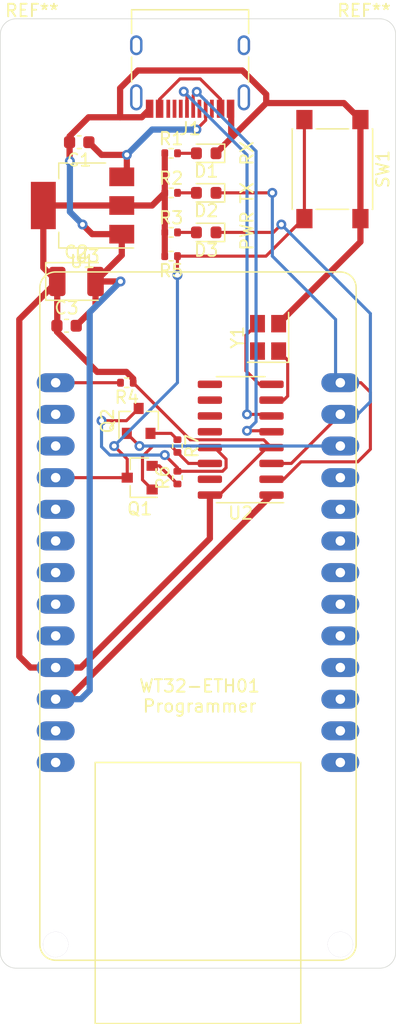
<source format=kicad_pcb>
(kicad_pcb (version 20171130) (host pcbnew 5.1.10-88a1d61d58~88~ubuntu20.04.1)

  (general
    (thickness 1.6)
    (drawings 12)
    (tracks 176)
    (zones 0)
    (modules 23)
    (nets 51)
  )

  (page A4)
  (layers
    (0 F.Cu signal)
    (31 B.Cu signal)
    (32 B.Adhes user)
    (33 F.Adhes user)
    (34 B.Paste user)
    (35 F.Paste user)
    (36 B.SilkS user)
    (37 F.SilkS user)
    (38 B.Mask user)
    (39 F.Mask user)
    (40 Dwgs.User user)
    (41 Cmts.User user)
    (42 Eco1.User user)
    (43 Eco2.User user)
    (44 Edge.Cuts user)
    (45 Margin user)
    (46 B.CrtYd user)
    (47 F.CrtYd user)
    (48 B.Fab user)
    (49 F.Fab user hide)
  )

  (setup
    (last_trace_width 0.25)
    (trace_clearance 0.2)
    (zone_clearance 0.508)
    (zone_45_only no)
    (trace_min 0.2)
    (via_size 0.8)
    (via_drill 0.4)
    (via_min_size 0.4)
    (via_min_drill 0.3)
    (uvia_size 0.3)
    (uvia_drill 0.1)
    (uvias_allowed no)
    (uvia_min_size 0.2)
    (uvia_min_drill 0.1)
    (edge_width 0.05)
    (segment_width 0.2)
    (pcb_text_width 0.3)
    (pcb_text_size 1.5 1.5)
    (mod_edge_width 0.12)
    (mod_text_size 1 1)
    (mod_text_width 0.15)
    (pad_size 1.524 1.524)
    (pad_drill 0.762)
    (pad_to_mask_clearance 0)
    (aux_axis_origin 0 0)
    (visible_elements FFFFFF7F)
    (pcbplotparams
      (layerselection 0x010fc_ffffffff)
      (usegerberextensions false)
      (usegerberattributes true)
      (usegerberadvancedattributes true)
      (creategerberjobfile true)
      (excludeedgelayer true)
      (linewidth 0.100000)
      (plotframeref false)
      (viasonmask false)
      (mode 1)
      (useauxorigin false)
      (hpglpennumber 1)
      (hpglpenspeed 20)
      (hpglpendiameter 15.000000)
      (psnegative false)
      (psa4output false)
      (plotreference true)
      (plotvalue true)
      (plotinvisibletext false)
      (padsonsilk false)
      (subtractmaskfromsilk false)
      (outputformat 1)
      (mirror false)
      (drillshape 0)
      (scaleselection 1)
      (outputdirectory "fab"))
  )

  (net 0 "")
  (net 1 GND)
  (net 2 +5V)
  (net 3 +3V3)
  (net 4 "Net-(D1-Pad2)")
  (net 5 "Net-(D2-Pad2)")
  (net 6 TX)
  (net 7 "Net-(D3-Pad2)")
  (net 8 RX)
  (net 9 "Net-(J1-PadA4)")
  (net 10 "Net-(J1-PadB8)")
  (net 11 "Net-(J1-PadB7)")
  (net 12 D-)
  (net 13 "Net-(J1-PadB6)")
  (net 14 "Net-(J1-PadA8)")
  (net 15 "Net-(J1-PadB5)")
  (net 16 D+)
  (net 17 "Net-(J1-PadS1)")
  (net 18 RST)
  (net 19 RTS)
  (net 20 DTR)
  (net 21 I00)
  (net 22 CHPD)
  (net 23 "Net-(U2-Pad15)")
  (net 24 "Net-(U2-Pad12)")
  (net 25 "Net-(U2-Pad11)")
  (net 26 "Net-(U2-Pad10)")
  (net 27 "Net-(U2-Pad9)")
  (net 28 "Net-(U2-Pad8)")
  (net 29 "Net-(U2-Pad7)")
  (net 30 "Net-(U3-Pad14)")
  (net 31 "Net-(U3-Pad23)")
  (net 32 "Net-(U3-Pad22)")
  (net 33 "Net-(U3-Pad21)")
  (net 34 "Net-(U3-Pad20)")
  (net 35 "Net-(U3-Pad19)")
  (net 36 "Net-(U3-Pad18)")
  (net 37 "Net-(U3-Pad17)")
  (net 38 "Net-(U3-Pad16)")
  (net 39 IO2)
  (net 40 "Net-(U3-Pad13)")
  (net 41 "Net-(U3-Pad12)")
  (net 42 "Net-(U3-Pad9)")
  (net 43 "Net-(U3-Pad8)")
  (net 44 "Net-(U3-Pad7)")
  (net 45 "Net-(U3-Pad6)")
  (net 46 "Net-(U3-Pad5)")
  (net 47 "Net-(U3-Pad3)")
  (net 48 "Net-(U3-Pad2)")
  (net 49 "Net-(Q1-Pad2)")
  (net 50 "Net-(Q2-Pad2)")

  (net_class Default "This is the default net class."
    (clearance 0.2)
    (trace_width 0.25)
    (via_dia 0.8)
    (via_drill 0.4)
    (uvia_dia 0.3)
    (uvia_drill 0.1)
    (add_net CHPD)
    (add_net D+)
    (add_net D-)
    (add_net DTR)
    (add_net I00)
    (add_net IO2)
    (add_net "Net-(D1-Pad2)")
    (add_net "Net-(D2-Pad2)")
    (add_net "Net-(D3-Pad2)")
    (add_net "Net-(J1-PadA4)")
    (add_net "Net-(J1-PadA8)")
    (add_net "Net-(J1-PadB5)")
    (add_net "Net-(J1-PadB6)")
    (add_net "Net-(J1-PadB7)")
    (add_net "Net-(J1-PadB8)")
    (add_net "Net-(J1-PadS1)")
    (add_net "Net-(Q1-Pad2)")
    (add_net "Net-(Q2-Pad2)")
    (add_net "Net-(U2-Pad10)")
    (add_net "Net-(U2-Pad11)")
    (add_net "Net-(U2-Pad12)")
    (add_net "Net-(U2-Pad15)")
    (add_net "Net-(U2-Pad7)")
    (add_net "Net-(U2-Pad8)")
    (add_net "Net-(U2-Pad9)")
    (add_net "Net-(U3-Pad12)")
    (add_net "Net-(U3-Pad13)")
    (add_net "Net-(U3-Pad14)")
    (add_net "Net-(U3-Pad16)")
    (add_net "Net-(U3-Pad17)")
    (add_net "Net-(U3-Pad18)")
    (add_net "Net-(U3-Pad19)")
    (add_net "Net-(U3-Pad2)")
    (add_net "Net-(U3-Pad20)")
    (add_net "Net-(U3-Pad21)")
    (add_net "Net-(U3-Pad22)")
    (add_net "Net-(U3-Pad23)")
    (add_net "Net-(U3-Pad3)")
    (add_net "Net-(U3-Pad5)")
    (add_net "Net-(U3-Pad6)")
    (add_net "Net-(U3-Pad7)")
    (add_net "Net-(U3-Pad8)")
    (add_net "Net-(U3-Pad9)")
    (add_net RST)
    (add_net RTS)
    (add_net RX)
    (add_net TX)
  )

  (net_class Power ""
    (clearance 0.3)
    (trace_width 0.5)
    (via_dia 0.8)
    (via_drill 0.4)
    (uvia_dia 0.3)
    (uvia_drill 0.1)
    (add_net +3V3)
    (add_net +5V)
    (add_net GND)
  )

  (module MountingHole:MountingHole_2.2mm_M2 (layer F.Cu) (tedit 56D1B4CB) (tstamp 60B01A98)
    (at 53.34 46.99)
    (descr "Mounting Hole 2.2mm, no annular, M2")
    (tags "mounting hole 2.2mm no annular m2")
    (attr virtual)
    (fp_text reference REF** (at 0 -3.2) (layer F.SilkS)
      (effects (font (size 1 1) (thickness 0.15)))
    )
    (fp_text value MountingHole_2.2mm_M2 (at 0 3.2) (layer F.Fab)
      (effects (font (size 1 1) (thickness 0.15)))
    )
    (fp_circle (center 0 0) (end 2.2 0) (layer Cmts.User) (width 0.15))
    (fp_circle (center 0 0) (end 2.45 0) (layer F.CrtYd) (width 0.05))
    (fp_text user %R (at 0.3 0) (layer F.Fab)
      (effects (font (size 1 1) (thickness 0.15)))
    )
    (pad 1 np_thru_hole circle (at 0 0) (size 2.2 2.2) (drill 2.2) (layers *.Cu *.Mask))
  )

  (module MountingHole:MountingHole_2.2mm_M2 (layer F.Cu) (tedit 56D1B4CB) (tstamp 60B015A3)
    (at 80.01 46.99)
    (descr "Mounting Hole 2.2mm, no annular, M2")
    (tags "mounting hole 2.2mm no annular m2")
    (attr virtual)
    (fp_text reference REF** (at 0 -3.2) (layer F.SilkS)
      (effects (font (size 1 1) (thickness 0.15)))
    )
    (fp_text value MountingHole_2.2mm_M2 (at 0 3.2) (layer F.Fab)
      (effects (font (size 1 1) (thickness 0.15)))
    )
    (fp_circle (center 0 0) (end 2.45 0) (layer F.CrtYd) (width 0.05))
    (fp_circle (center 0 0) (end 2.2 0) (layer Cmts.User) (width 0.15))
    (fp_text user %R (at 0.3 0) (layer F.Fab)
      (effects (font (size 1 1) (thickness 0.15)))
    )
    (pad 1 np_thru_hole circle (at 0 0) (size 2.2 2.2) (drill 2.2) (layers *.Cu *.Mask))
  )

  (module Button_Switch_SMD:SW_Push_1P1T_NO_6x6mm_H9.5mm (layer F.Cu) (tedit 5CA1CA7F) (tstamp 60A26E3E)
    (at 77.47 56.515 270)
    (descr "tactile push button, 6x6mm e.g. PTS645xx series, height=9.5mm")
    (tags "tact sw push 6mm smd")
    (path /60AEC970)
    (attr smd)
    (fp_text reference SW1 (at 0 -4.05 90) (layer F.SilkS)
      (effects (font (size 1 1) (thickness 0.15)))
    )
    (fp_text value SW_DPST_x2 (at 0 4.15 90) (layer F.Fab)
      (effects (font (size 1 1) (thickness 0.15)))
    )
    (fp_line (start -3 -3) (end -3 3) (layer F.Fab) (width 0.1))
    (fp_line (start -3 3) (end 3 3) (layer F.Fab) (width 0.1))
    (fp_line (start 3 3) (end 3 -3) (layer F.Fab) (width 0.1))
    (fp_line (start 3 -3) (end -3 -3) (layer F.Fab) (width 0.1))
    (fp_line (start 5 3.25) (end 5 -3.25) (layer F.CrtYd) (width 0.05))
    (fp_line (start -5 -3.25) (end -5 3.25) (layer F.CrtYd) (width 0.05))
    (fp_line (start -5 3.25) (end 5 3.25) (layer F.CrtYd) (width 0.05))
    (fp_line (start -5 -3.25) (end 5 -3.25) (layer F.CrtYd) (width 0.05))
    (fp_line (start 3.23 -3.23) (end 3.23 -3.2) (layer F.SilkS) (width 0.12))
    (fp_line (start 3.23 3.23) (end 3.23 3.2) (layer F.SilkS) (width 0.12))
    (fp_line (start -3.23 3.23) (end -3.23 3.2) (layer F.SilkS) (width 0.12))
    (fp_line (start -3.23 -3.2) (end -3.23 -3.23) (layer F.SilkS) (width 0.12))
    (fp_line (start 3.23 -1.3) (end 3.23 1.3) (layer F.SilkS) (width 0.12))
    (fp_line (start -3.23 -3.23) (end 3.23 -3.23) (layer F.SilkS) (width 0.12))
    (fp_line (start -3.23 -1.3) (end -3.23 1.3) (layer F.SilkS) (width 0.12))
    (fp_line (start -3.23 3.23) (end 3.23 3.23) (layer F.SilkS) (width 0.12))
    (fp_circle (center 0 0) (end 1.75 -0.05) (layer F.Fab) (width 0.1))
    (fp_text user %R (at 0 -4.05 90) (layer F.Fab)
      (effects (font (size 1 1) (thickness 0.15)))
    )
    (pad 2 smd rect (at 3.975 2.25 270) (size 1.55 1.3) (layers F.Cu F.Paste F.Mask)
      (net 18 RST))
    (pad 1 smd rect (at 3.975 -2.25 270) (size 1.55 1.3) (layers F.Cu F.Paste F.Mask)
      (net 1 GND))
    (pad 1 smd rect (at -3.975 -2.25 270) (size 1.55 1.3) (layers F.Cu F.Paste F.Mask)
      (net 1 GND))
    (pad 2 smd rect (at -3.975 2.25 270) (size 1.55 1.3) (layers F.Cu F.Paste F.Mask)
      (net 18 RST))
    (model ${KISYS3DMOD}/Button_Switch_SMD.3dshapes/SW_PUSH_6mm_H9.5mm.wrl
      (at (xyz 0 0 0))
      (scale (xyz 1 1 1))
      (rotate (xyz 0 0 0))
    )
  )

  (module Crystal:Crystal_SMD_3225-4Pin_3.2x2.5mm (layer F.Cu) (tedit 5A0FD1B2) (tstamp 60A2AA9E)
    (at 72.302 70.02 90)
    (descr "SMD Crystal SERIES SMD3225/4 http://www.txccrystal.com/images/pdf/7m-accuracy.pdf, 3.2x2.5mm^2 package")
    (tags "SMD SMT crystal")
    (path /60A3E019)
    (attr smd)
    (fp_text reference Y1 (at 0 -2.45 90) (layer F.SilkS)
      (effects (font (size 1 1) (thickness 0.15)))
    )
    (fp_text value 12Mhz (at 0 2.45 90) (layer F.Fab)
      (effects (font (size 1 1) (thickness 0.15)))
    )
    (fp_line (start -1.6 -1.25) (end -1.6 1.25) (layer F.Fab) (width 0.1))
    (fp_line (start -1.6 1.25) (end 1.6 1.25) (layer F.Fab) (width 0.1))
    (fp_line (start 1.6 1.25) (end 1.6 -1.25) (layer F.Fab) (width 0.1))
    (fp_line (start 1.6 -1.25) (end -1.6 -1.25) (layer F.Fab) (width 0.1))
    (fp_line (start -1.6 0.25) (end -0.6 1.25) (layer F.Fab) (width 0.1))
    (fp_line (start -2 -1.65) (end -2 1.65) (layer F.SilkS) (width 0.12))
    (fp_line (start -2 1.65) (end 2 1.65) (layer F.SilkS) (width 0.12))
    (fp_line (start -2.1 -1.7) (end -2.1 1.7) (layer F.CrtYd) (width 0.05))
    (fp_line (start -2.1 1.7) (end 2.1 1.7) (layer F.CrtYd) (width 0.05))
    (fp_line (start 2.1 1.7) (end 2.1 -1.7) (layer F.CrtYd) (width 0.05))
    (fp_line (start 2.1 -1.7) (end -2.1 -1.7) (layer F.CrtYd) (width 0.05))
    (fp_text user %R (at 0 0 90) (layer F.Fab)
      (effects (font (size 0.7 0.7) (thickness 0.105)))
    )
    (pad 4 smd rect (at -1.1 -0.85 90) (size 1.4 1.2) (layers F.Cu F.Paste F.Mask))
    (pad 3 smd rect (at 1.1 -0.85 90) (size 1.4 1.2) (layers F.Cu F.Paste F.Mask)
      (net 28 "Net-(U2-Pad8)"))
    (pad 2 smd rect (at 1.1 0.85 90) (size 1.4 1.2) (layers F.Cu F.Paste F.Mask)
      (net 1 GND))
    (pad 1 smd rect (at -1.1 0.85 90) (size 1.4 1.2) (layers F.Cu F.Paste F.Mask)
      (net 29 "Net-(U2-Pad7)"))
    (model ${KISYS3DMOD}/Crystal.3dshapes/Crystal_SMD_3225-4Pin_3.2x2.5mm.wrl
      (at (xyz 0 0 0))
      (scale (xyz 1 1 1))
      (rotate (xyz 0 0 0))
    )
  )

  (module boards:WT32-ETH0-Board (layer F.Cu) (tedit 60A0F8EF) (tstamp 60A264A5)
    (at 66.675 92.71)
    (path /60AFDD67)
    (fp_text reference U3 (at -8.89 -29.21) (layer F.SilkS)
      (effects (font (size 1 1) (thickness 0.15)))
    )
    (fp_text value WT32-ETH0-Board (at 0 29.21) (layer F.Fab)
      (effects (font (size 1 1) (thickness 0.15)))
    )
    (fp_line (start -12.7 -26.67) (end -12.7 26.035) (layer F.SilkS) (width 0.12))
    (fp_line (start -11.43 27.305) (end 11.43 27.305) (layer F.SilkS) (width 0.12))
    (fp_line (start 12.7 26.035) (end 12.7 -26.67) (layer F.SilkS) (width 0.12))
    (fp_line (start 11.43 -27.94) (end -11.43 -27.94) (layer F.SilkS) (width 0.12))
    (fp_line (start -8.255 32.385) (end -8.255 11.43) (layer F.SilkS) (width 0.12))
    (fp_line (start -8.255 11.43) (end 8.255 11.43) (layer F.SilkS) (width 0.12))
    (fp_line (start 8.255 11.43) (end 8.255 32.385) (layer F.SilkS) (width 0.12))
    (fp_line (start 8.255 32.385) (end -8.255 32.385) (layer F.SilkS) (width 0.12))
    (fp_arc (start 11.43 -26.67) (end 12.7 -26.67) (angle -90) (layer F.SilkS) (width 0.12))
    (fp_arc (start -11.43 -26.67) (end -11.43 -27.94) (angle -90) (layer F.SilkS) (width 0.12))
    (fp_arc (start 11.43 26.035) (end 11.43 27.305) (angle -90) (layer F.SilkS) (width 0.12))
    (fp_arc (start -11.43 26.035) (end -12.7 26.035) (angle -90) (layer F.SilkS) (width 0.12))
    (pad 14 thru_hole oval (at 11.43 11.43) (size 3.048 1.524) (drill 0.762) (layers *.Cu *.Mask)
      (net 30 "Net-(U3-Pad14)"))
    (pad 26 thru_hole oval (at 11.43 -19.05) (size 3.048 1.524) (drill 0.762) (layers *.Cu *.Mask)
      (net 6 TX))
    (pad 25 thru_hole oval (at 11.43 -16.51) (size 3.048 1.524) (drill 0.762) (layers *.Cu *.Mask)
      (net 8 RX))
    (pad 24 thru_hole oval (at 11.43 -13.97) (size 3.048 1.524) (drill 0.762) (layers *.Cu *.Mask)
      (net 21 I00))
    (pad 23 thru_hole oval (at 11.43 -11.43) (size 3.048 1.524) (drill 0.762) (layers *.Cu *.Mask)
      (net 31 "Net-(U3-Pad23)"))
    (pad 22 thru_hole oval (at 11.43 -8.89) (size 3.048 1.524) (drill 0.762) (layers *.Cu *.Mask)
      (net 32 "Net-(U3-Pad22)"))
    (pad 21 thru_hole oval (at 11.43 -6.35) (size 3.048 1.524) (drill 0.762) (layers *.Cu *.Mask)
      (net 33 "Net-(U3-Pad21)"))
    (pad 20 thru_hole oval (at 11.43 -3.81) (size 3.048 1.524) (drill 0.762) (layers *.Cu *.Mask)
      (net 34 "Net-(U3-Pad20)"))
    (pad 19 thru_hole oval (at 11.43 -1.27) (size 3.048 1.524) (drill 0.762) (layers *.Cu *.Mask)
      (net 35 "Net-(U3-Pad19)"))
    (pad 18 thru_hole oval (at 11.43 1.27) (size 3.048 1.524) (drill 0.762) (layers *.Cu *.Mask)
      (net 36 "Net-(U3-Pad18)"))
    (pad 17 thru_hole oval (at 11.43 3.81) (size 3.048 1.524) (drill 0.762) (layers *.Cu *.Mask)
      (net 37 "Net-(U3-Pad17)"))
    (pad 16 thru_hole oval (at 11.43 6.35) (size 3.048 1.524) (drill 0.762) (layers *.Cu *.Mask)
      (net 38 "Net-(U3-Pad16)"))
    (pad 15 thru_hole oval (at 11.43 8.89) (size 3.048 1.524) (drill 0.762) (layers *.Cu *.Mask)
      (net 39 IO2))
    (pad 13 thru_hole oval (at -11.43 11.43) (size 3.048 1.524) (drill 0.762) (layers *.Cu *.Mask)
      (net 40 "Net-(U3-Pad13)"))
    (pad 12 thru_hole oval (at -11.43 8.89) (size 3.048 1.524) (drill 0.762) (layers *.Cu *.Mask)
      (net 41 "Net-(U3-Pad12)"))
    (pad 11 thru_hole oval (at -11.43 6.35) (size 3.048 1.524) (drill 0.762) (layers *.Cu *.Mask)
      (net 1 GND))
    (pad 10 thru_hole oval (at -11.43 3.81) (size 3.048 1.524) (drill 0.762) (layers *.Cu *.Mask)
      (net 3 +3V3))
    (pad 9 thru_hole oval (at -11.43 1.27) (size 3.048 1.524) (drill 0.762) (layers *.Cu *.Mask)
      (net 42 "Net-(U3-Pad9)"))
    (pad 8 thru_hole oval (at -11.43 -1.27) (size 3.048 1.524) (drill 0.762) (layers *.Cu *.Mask)
      (net 43 "Net-(U3-Pad8)"))
    (pad 7 thru_hole oval (at -11.43 -3.81) (size 3.048 1.524) (drill 0.762) (layers *.Cu *.Mask)
      (net 44 "Net-(U3-Pad7)"))
    (pad 6 thru_hole oval (at -11.43 -6.35) (size 3.048 1.524) (drill 0.762) (layers *.Cu *.Mask)
      (net 45 "Net-(U3-Pad6)"))
    (pad 5 thru_hole oval (at -11.43 -8.89) (size 3.048 1.524) (drill 0.762) (layers *.Cu *.Mask)
      (net 46 "Net-(U3-Pad5)"))
    (pad 4 thru_hole oval (at -11.43 -11.43) (size 3.048 1.524) (drill 0.762) (layers *.Cu *.Mask)
      (net 18 RST))
    (pad 3 thru_hole oval (at -11.43 -13.97) (size 3.048 1.524) (drill 0.762) (layers *.Cu *.Mask)
      (net 47 "Net-(U3-Pad3)"))
    (pad 2 thru_hole oval (at -11.43 -16.51) (size 3.048 1.524) (drill 0.762) (layers *.Cu *.Mask)
      (net 48 "Net-(U3-Pad2)"))
    (pad 1 thru_hole oval (at -11.43 -19.05) (size 3.048 1.524) (drill 0.762) (layers *.Cu *.Mask)
      (net 22 CHPD))
    (pad "" thru_hole circle (at 11.43 26.035) (size 2.032 2.032) (drill 2.032) (layers *.Mask F.Cu))
    (pad "" thru_hole circle (at -11.43 26.035) (size 2.032 2.032) (drill 2.032) (layers *.Mask F.Cu))
  )

  (module Package_SO:SOIC-16_3.9x9.9mm_P1.27mm (layer F.Cu) (tedit 5D9F72B1) (tstamp 60B03552)
    (at 70.104 78.232 180)
    (descr "SOIC, 16 Pin (JEDEC MS-012AC, https://www.analog.com/media/en/package-pcb-resources/package/pkg_pdf/soic_narrow-r/r_16.pdf), generated with kicad-footprint-generator ipc_gullwing_generator.py")
    (tags "SOIC SO")
    (path /60A14D8A)
    (attr smd)
    (fp_text reference U2 (at 0 -5.9) (layer F.SilkS)
      (effects (font (size 1 1) (thickness 0.15)))
    )
    (fp_text value CH340G (at 0 5.9) (layer F.Fab)
      (effects (font (size 1 1) (thickness 0.15)))
    )
    (fp_line (start 0 5.06) (end 1.95 5.06) (layer F.SilkS) (width 0.12))
    (fp_line (start 0 5.06) (end -1.95 5.06) (layer F.SilkS) (width 0.12))
    (fp_line (start 0 -5.06) (end 1.95 -5.06) (layer F.SilkS) (width 0.12))
    (fp_line (start 0 -5.06) (end -3.45 -5.06) (layer F.SilkS) (width 0.12))
    (fp_line (start -0.975 -4.95) (end 1.95 -4.95) (layer F.Fab) (width 0.1))
    (fp_line (start 1.95 -4.95) (end 1.95 4.95) (layer F.Fab) (width 0.1))
    (fp_line (start 1.95 4.95) (end -1.95 4.95) (layer F.Fab) (width 0.1))
    (fp_line (start -1.95 4.95) (end -1.95 -3.975) (layer F.Fab) (width 0.1))
    (fp_line (start -1.95 -3.975) (end -0.975 -4.95) (layer F.Fab) (width 0.1))
    (fp_line (start -3.7 -5.2) (end -3.7 5.2) (layer F.CrtYd) (width 0.05))
    (fp_line (start -3.7 5.2) (end 3.7 5.2) (layer F.CrtYd) (width 0.05))
    (fp_line (start 3.7 5.2) (end 3.7 -5.2) (layer F.CrtYd) (width 0.05))
    (fp_line (start 3.7 -5.2) (end -3.7 -5.2) (layer F.CrtYd) (width 0.05))
    (fp_text user %R (at 0 0) (layer F.Fab)
      (effects (font (size 0.98 0.98) (thickness 0.15)))
    )
    (pad 16 smd roundrect (at 2.475 -4.445 180) (size 1.95 0.6) (layers F.Cu F.Paste F.Mask) (roundrect_rratio 0.25)
      (net 3 +3V3))
    (pad 15 smd roundrect (at 2.475 -3.175 180) (size 1.95 0.6) (layers F.Cu F.Paste F.Mask) (roundrect_rratio 0.25)
      (net 23 "Net-(U2-Pad15)"))
    (pad 14 smd roundrect (at 2.475 -1.905 180) (size 1.95 0.6) (layers F.Cu F.Paste F.Mask) (roundrect_rratio 0.25)
      (net 19 RTS))
    (pad 13 smd roundrect (at 2.475 -0.635 180) (size 1.95 0.6) (layers F.Cu F.Paste F.Mask) (roundrect_rratio 0.25)
      (net 20 DTR))
    (pad 12 smd roundrect (at 2.475 0.635 180) (size 1.95 0.6) (layers F.Cu F.Paste F.Mask) (roundrect_rratio 0.25)
      (net 24 "Net-(U2-Pad12)"))
    (pad 11 smd roundrect (at 2.475 1.905 180) (size 1.95 0.6) (layers F.Cu F.Paste F.Mask) (roundrect_rratio 0.25)
      (net 25 "Net-(U2-Pad11)"))
    (pad 10 smd roundrect (at 2.475 3.175 180) (size 1.95 0.6) (layers F.Cu F.Paste F.Mask) (roundrect_rratio 0.25)
      (net 26 "Net-(U2-Pad10)"))
    (pad 9 smd roundrect (at 2.475 4.445 180) (size 1.95 0.6) (layers F.Cu F.Paste F.Mask) (roundrect_rratio 0.25)
      (net 27 "Net-(U2-Pad9)"))
    (pad 8 smd roundrect (at -2.475 4.445 180) (size 1.95 0.6) (layers F.Cu F.Paste F.Mask) (roundrect_rratio 0.25)
      (net 28 "Net-(U2-Pad8)"))
    (pad 7 smd roundrect (at -2.475 3.175 180) (size 1.95 0.6) (layers F.Cu F.Paste F.Mask) (roundrect_rratio 0.25)
      (net 29 "Net-(U2-Pad7)"))
    (pad 6 smd roundrect (at -2.475 1.905 180) (size 1.95 0.6) (layers F.Cu F.Paste F.Mask) (roundrect_rratio 0.25)
      (net 12 D-))
    (pad 5 smd roundrect (at -2.475 0.635 180) (size 1.95 0.6) (layers F.Cu F.Paste F.Mask) (roundrect_rratio 0.25)
      (net 16 D+))
    (pad 4 smd roundrect (at -2.475 -0.635 180) (size 1.95 0.6) (layers F.Cu F.Paste F.Mask) (roundrect_rratio 0.25)
      (net 3 +3V3))
    (pad 3 smd roundrect (at -2.475 -1.905 180) (size 1.95 0.6) (layers F.Cu F.Paste F.Mask) (roundrect_rratio 0.25)
      (net 8 RX))
    (pad 2 smd roundrect (at -2.475 -3.175 180) (size 1.95 0.6) (layers F.Cu F.Paste F.Mask) (roundrect_rratio 0.25)
      (net 6 TX))
    (pad 1 smd roundrect (at -2.475 -4.445 180) (size 1.95 0.6) (layers F.Cu F.Paste F.Mask) (roundrect_rratio 0.25)
      (net 1 GND))
    (model ${KISYS3DMOD}/Package_SO.3dshapes/SOIC-16_3.9x9.9mm_P1.27mm.wrl
      (at (xyz 0 0 0))
      (scale (xyz 1 1 1))
      (rotate (xyz 0 0 0))
    )
  )

  (module Package_TO_SOT_SMD:SOT-223-3_TabPin2 (layer F.Cu) (tedit 5A02FF57) (tstamp 60B0137B)
    (at 57.404 59.436 180)
    (descr "module CMS SOT223 4 pins")
    (tags "CMS SOT")
    (path /60A117FE)
    (attr smd)
    (fp_text reference U1 (at 0 -4.5) (layer F.SilkS)
      (effects (font (size 1 1) (thickness 0.15)))
    )
    (fp_text value AMS1117-3.3 (at 0 4.5) (layer F.Fab)
      (effects (font (size 1 1) (thickness 0.15)))
    )
    (fp_line (start 1.91 3.41) (end 1.91 2.15) (layer F.SilkS) (width 0.12))
    (fp_line (start 1.91 -3.41) (end 1.91 -2.15) (layer F.SilkS) (width 0.12))
    (fp_line (start 4.4 -3.6) (end -4.4 -3.6) (layer F.CrtYd) (width 0.05))
    (fp_line (start 4.4 3.6) (end 4.4 -3.6) (layer F.CrtYd) (width 0.05))
    (fp_line (start -4.4 3.6) (end 4.4 3.6) (layer F.CrtYd) (width 0.05))
    (fp_line (start -4.4 -3.6) (end -4.4 3.6) (layer F.CrtYd) (width 0.05))
    (fp_line (start -1.85 -2.35) (end -0.85 -3.35) (layer F.Fab) (width 0.1))
    (fp_line (start -1.85 -2.35) (end -1.85 3.35) (layer F.Fab) (width 0.1))
    (fp_line (start -1.85 3.41) (end 1.91 3.41) (layer F.SilkS) (width 0.12))
    (fp_line (start -0.85 -3.35) (end 1.85 -3.35) (layer F.Fab) (width 0.1))
    (fp_line (start -4.1 -3.41) (end 1.91 -3.41) (layer F.SilkS) (width 0.12))
    (fp_line (start -1.85 3.35) (end 1.85 3.35) (layer F.Fab) (width 0.1))
    (fp_line (start 1.85 -3.35) (end 1.85 3.35) (layer F.Fab) (width 0.1))
    (fp_text user %R (at 0 0 90) (layer F.Fab)
      (effects (font (size 0.8 0.8) (thickness 0.12)))
    )
    (pad 1 smd rect (at -3.15 -2.3 180) (size 2 1.5) (layers F.Cu F.Paste F.Mask)
      (net 1 GND))
    (pad 3 smd rect (at -3.15 2.3 180) (size 2 1.5) (layers F.Cu F.Paste F.Mask)
      (net 2 +5V))
    (pad 2 smd rect (at -3.15 0 180) (size 2 1.5) (layers F.Cu F.Paste F.Mask)
      (net 3 +3V3))
    (pad 2 smd rect (at 3.15 0 180) (size 2 3.8) (layers F.Cu F.Paste F.Mask)
      (net 3 +3V3))
    (model ${KISYS3DMOD}/Package_TO_SOT_SMD.3dshapes/SOT-223.wrl
      (at (xyz 0 0 0))
      (scale (xyz 1 1 1))
      (rotate (xyz 0 0 0))
    )
  )

  (module Resistor_SMD:R_0402_1005Metric (layer F.Cu) (tedit 5F68FEEE) (tstamp 60B03511)
    (at 65.024 78.742 270)
    (descr "Resistor SMD 0402 (1005 Metric), square (rectangular) end terminal, IPC_7351 nominal, (Body size source: IPC-SM-782 page 72, https://www.pcb-3d.com/wordpress/wp-content/uploads/ipc-sm-782a_amendment_1_and_2.pdf), generated with kicad-footprint-generator")
    (tags resistor)
    (path /60A96FF0)
    (attr smd)
    (fp_text reference R7 (at 0 -1.17 90) (layer F.SilkS)
      (effects (font (size 1 1) (thickness 0.15)))
    )
    (fp_text value 10k (at 0 1.17 90) (layer F.Fab)
      (effects (font (size 1 1) (thickness 0.15)))
    )
    (fp_line (start -0.525 0.27) (end -0.525 -0.27) (layer F.Fab) (width 0.1))
    (fp_line (start -0.525 -0.27) (end 0.525 -0.27) (layer F.Fab) (width 0.1))
    (fp_line (start 0.525 -0.27) (end 0.525 0.27) (layer F.Fab) (width 0.1))
    (fp_line (start 0.525 0.27) (end -0.525 0.27) (layer F.Fab) (width 0.1))
    (fp_line (start -0.153641 -0.38) (end 0.153641 -0.38) (layer F.SilkS) (width 0.12))
    (fp_line (start -0.153641 0.38) (end 0.153641 0.38) (layer F.SilkS) (width 0.12))
    (fp_line (start -0.93 0.47) (end -0.93 -0.47) (layer F.CrtYd) (width 0.05))
    (fp_line (start -0.93 -0.47) (end 0.93 -0.47) (layer F.CrtYd) (width 0.05))
    (fp_line (start 0.93 -0.47) (end 0.93 0.47) (layer F.CrtYd) (width 0.05))
    (fp_line (start 0.93 0.47) (end -0.93 0.47) (layer F.CrtYd) (width 0.05))
    (fp_text user %R (at 0 0 90) (layer F.Fab)
      (effects (font (size 0.26 0.26) (thickness 0.04)))
    )
    (pad 2 smd roundrect (at 0.51 0 270) (size 0.54 0.64) (layers F.Cu F.Paste F.Mask) (roundrect_rratio 0.25)
      (net 19 RTS))
    (pad 1 smd roundrect (at -0.51 0 270) (size 0.54 0.64) (layers F.Cu F.Paste F.Mask) (roundrect_rratio 0.25)
      (net 50 "Net-(Q2-Pad2)"))
    (model ${KISYS3DMOD}/Resistor_SMD.3dshapes/R_0402_1005Metric.wrl
      (at (xyz 0 0 0))
      (scale (xyz 1 1 1))
      (rotate (xyz 0 0 0))
    )
  )

  (module Resistor_SMD:R_0402_1005Metric (layer F.Cu) (tedit 5F68FEEE) (tstamp 60B035A4)
    (at 65.024 81.278 90)
    (descr "Resistor SMD 0402 (1005 Metric), square (rectangular) end terminal, IPC_7351 nominal, (Body size source: IPC-SM-782 page 72, https://www.pcb-3d.com/wordpress/wp-content/uploads/ipc-sm-782a_amendment_1_and_2.pdf), generated with kicad-footprint-generator")
    (tags resistor)
    (path /60A967FE)
    (attr smd)
    (fp_text reference R6 (at 0 -1.17 90) (layer F.SilkS)
      (effects (font (size 1 1) (thickness 0.15)))
    )
    (fp_text value 10k (at 0 1.17 90) (layer F.Fab)
      (effects (font (size 1 1) (thickness 0.15)))
    )
    (fp_line (start -0.525 0.27) (end -0.525 -0.27) (layer F.Fab) (width 0.1))
    (fp_line (start -0.525 -0.27) (end 0.525 -0.27) (layer F.Fab) (width 0.1))
    (fp_line (start 0.525 -0.27) (end 0.525 0.27) (layer F.Fab) (width 0.1))
    (fp_line (start 0.525 0.27) (end -0.525 0.27) (layer F.Fab) (width 0.1))
    (fp_line (start -0.153641 -0.38) (end 0.153641 -0.38) (layer F.SilkS) (width 0.12))
    (fp_line (start -0.153641 0.38) (end 0.153641 0.38) (layer F.SilkS) (width 0.12))
    (fp_line (start -0.93 0.47) (end -0.93 -0.47) (layer F.CrtYd) (width 0.05))
    (fp_line (start -0.93 -0.47) (end 0.93 -0.47) (layer F.CrtYd) (width 0.05))
    (fp_line (start 0.93 -0.47) (end 0.93 0.47) (layer F.CrtYd) (width 0.05))
    (fp_line (start 0.93 0.47) (end -0.93 0.47) (layer F.CrtYd) (width 0.05))
    (fp_text user %R (at 0 0 90) (layer F.Fab)
      (effects (font (size 0.26 0.26) (thickness 0.04)))
    )
    (pad 2 smd roundrect (at 0.51 0 90) (size 0.54 0.64) (layers F.Cu F.Paste F.Mask) (roundrect_rratio 0.25)
      (net 20 DTR))
    (pad 1 smd roundrect (at -0.51 0 90) (size 0.54 0.64) (layers F.Cu F.Paste F.Mask) (roundrect_rratio 0.25)
      (net 49 "Net-(Q1-Pad2)"))
    (model ${KISYS3DMOD}/Resistor_SMD.3dshapes/R_0402_1005Metric.wrl
      (at (xyz 0 0 0))
      (scale (xyz 1 1 1))
      (rotate (xyz 0 0 0))
    )
  )

  (module Resistor_SMD:R_0402_1005Metric (layer F.Cu) (tedit 5F68FEEE) (tstamp 60A2A9D8)
    (at 64.514 63.5 180)
    (descr "Resistor SMD 0402 (1005 Metric), square (rectangular) end terminal, IPC_7351 nominal, (Body size source: IPC-SM-782 page 72, https://www.pcb-3d.com/wordpress/wp-content/uploads/ipc-sm-782a_amendment_1_and_2.pdf), generated with kicad-footprint-generator")
    (tags resistor)
    (path /60A5B93B)
    (attr smd)
    (fp_text reference R5 (at 0 -1.17) (layer F.SilkS)
      (effects (font (size 1 1) (thickness 0.15)))
    )
    (fp_text value 10k (at 0 1.17) (layer F.Fab)
      (effects (font (size 1 1) (thickness 0.15)))
    )
    (fp_line (start -0.525 0.27) (end -0.525 -0.27) (layer F.Fab) (width 0.1))
    (fp_line (start -0.525 -0.27) (end 0.525 -0.27) (layer F.Fab) (width 0.1))
    (fp_line (start 0.525 -0.27) (end 0.525 0.27) (layer F.Fab) (width 0.1))
    (fp_line (start 0.525 0.27) (end -0.525 0.27) (layer F.Fab) (width 0.1))
    (fp_line (start -0.153641 -0.38) (end 0.153641 -0.38) (layer F.SilkS) (width 0.12))
    (fp_line (start -0.153641 0.38) (end 0.153641 0.38) (layer F.SilkS) (width 0.12))
    (fp_line (start -0.93 0.47) (end -0.93 -0.47) (layer F.CrtYd) (width 0.05))
    (fp_line (start -0.93 -0.47) (end 0.93 -0.47) (layer F.CrtYd) (width 0.05))
    (fp_line (start 0.93 -0.47) (end 0.93 0.47) (layer F.CrtYd) (width 0.05))
    (fp_line (start 0.93 0.47) (end -0.93 0.47) (layer F.CrtYd) (width 0.05))
    (fp_text user %R (at 0 0) (layer F.Fab)
      (effects (font (size 0.26 0.26) (thickness 0.04)))
    )
    (pad 2 smd roundrect (at 0.51 0 180) (size 0.54 0.64) (layers F.Cu F.Paste F.Mask) (roundrect_rratio 0.25)
      (net 3 +3V3))
    (pad 1 smd roundrect (at -0.51 0 180) (size 0.54 0.64) (layers F.Cu F.Paste F.Mask) (roundrect_rratio 0.25)
      (net 18 RST))
    (model ${KISYS3DMOD}/Resistor_SMD.3dshapes/R_0402_1005Metric.wrl
      (at (xyz 0 0 0))
      (scale (xyz 1 1 1))
      (rotate (xyz 0 0 0))
    )
  )

  (module Resistor_SMD:R_0402_1005Metric (layer F.Cu) (tedit 5F68FEEE) (tstamp 60B0364C)
    (at 60.962 73.66 180)
    (descr "Resistor SMD 0402 (1005 Metric), square (rectangular) end terminal, IPC_7351 nominal, (Body size source: IPC-SM-782 page 72, https://www.pcb-3d.com/wordpress/wp-content/uploads/ipc-sm-782a_amendment_1_and_2.pdf), generated with kicad-footprint-generator")
    (tags resistor)
    (path /60A51440)
    (attr smd)
    (fp_text reference R4 (at 0 -1.17) (layer F.SilkS)
      (effects (font (size 1 1) (thickness 0.15)))
    )
    (fp_text value 10k (at 0 1.17) (layer F.Fab)
      (effects (font (size 1 1) (thickness 0.15)))
    )
    (fp_line (start -0.525 0.27) (end -0.525 -0.27) (layer F.Fab) (width 0.1))
    (fp_line (start -0.525 -0.27) (end 0.525 -0.27) (layer F.Fab) (width 0.1))
    (fp_line (start 0.525 -0.27) (end 0.525 0.27) (layer F.Fab) (width 0.1))
    (fp_line (start 0.525 0.27) (end -0.525 0.27) (layer F.Fab) (width 0.1))
    (fp_line (start -0.153641 -0.38) (end 0.153641 -0.38) (layer F.SilkS) (width 0.12))
    (fp_line (start -0.153641 0.38) (end 0.153641 0.38) (layer F.SilkS) (width 0.12))
    (fp_line (start -0.93 0.47) (end -0.93 -0.47) (layer F.CrtYd) (width 0.05))
    (fp_line (start -0.93 -0.47) (end 0.93 -0.47) (layer F.CrtYd) (width 0.05))
    (fp_line (start 0.93 -0.47) (end 0.93 0.47) (layer F.CrtYd) (width 0.05))
    (fp_line (start 0.93 0.47) (end -0.93 0.47) (layer F.CrtYd) (width 0.05))
    (fp_text user %R (at 0 0) (layer F.Fab)
      (effects (font (size 0.26 0.26) (thickness 0.04)))
    )
    (pad 2 smd roundrect (at 0.51 0 180) (size 0.54 0.64) (layers F.Cu F.Paste F.Mask) (roundrect_rratio 0.25)
      (net 22 CHPD))
    (pad 1 smd roundrect (at -0.51 0 180) (size 0.54 0.64) (layers F.Cu F.Paste F.Mask) (roundrect_rratio 0.25)
      (net 3 +3V3))
    (model ${KISYS3DMOD}/Resistor_SMD.3dshapes/R_0402_1005Metric.wrl
      (at (xyz 0 0 0))
      (scale (xyz 1 1 1))
      (rotate (xyz 0 0 0))
    )
  )

  (module Resistor_SMD:R_0402_1005Metric (layer F.Cu) (tedit 5F68FEEE) (tstamp 60A2A559)
    (at 64.518 61.595)
    (descr "Resistor SMD 0402 (1005 Metric), square (rectangular) end terminal, IPC_7351 nominal, (Body size source: IPC-SM-782 page 72, https://www.pcb-3d.com/wordpress/wp-content/uploads/ipc-sm-782a_amendment_1_and_2.pdf), generated with kicad-footprint-generator")
    (tags resistor)
    (path /60A51CA8)
    (attr smd)
    (fp_text reference R3 (at 0 -1.17) (layer F.SilkS)
      (effects (font (size 1 1) (thickness 0.15)))
    )
    (fp_text value 470 (at 0 1.17) (layer F.Fab)
      (effects (font (size 1 1) (thickness 0.15)))
    )
    (fp_line (start -0.525 0.27) (end -0.525 -0.27) (layer F.Fab) (width 0.1))
    (fp_line (start -0.525 -0.27) (end 0.525 -0.27) (layer F.Fab) (width 0.1))
    (fp_line (start 0.525 -0.27) (end 0.525 0.27) (layer F.Fab) (width 0.1))
    (fp_line (start 0.525 0.27) (end -0.525 0.27) (layer F.Fab) (width 0.1))
    (fp_line (start -0.153641 -0.38) (end 0.153641 -0.38) (layer F.SilkS) (width 0.12))
    (fp_line (start -0.153641 0.38) (end 0.153641 0.38) (layer F.SilkS) (width 0.12))
    (fp_line (start -0.93 0.47) (end -0.93 -0.47) (layer F.CrtYd) (width 0.05))
    (fp_line (start -0.93 -0.47) (end 0.93 -0.47) (layer F.CrtYd) (width 0.05))
    (fp_line (start 0.93 -0.47) (end 0.93 0.47) (layer F.CrtYd) (width 0.05))
    (fp_line (start 0.93 0.47) (end -0.93 0.47) (layer F.CrtYd) (width 0.05))
    (fp_text user %R (at 0 0) (layer F.Fab)
      (effects (font (size 0.26 0.26) (thickness 0.04)))
    )
    (pad 2 smd roundrect (at 0.51 0) (size 0.54 0.64) (layers F.Cu F.Paste F.Mask) (roundrect_rratio 0.25)
      (net 7 "Net-(D3-Pad2)"))
    (pad 1 smd roundrect (at -0.51 0) (size 0.54 0.64) (layers F.Cu F.Paste F.Mask) (roundrect_rratio 0.25)
      (net 3 +3V3))
    (model ${KISYS3DMOD}/Resistor_SMD.3dshapes/R_0402_1005Metric.wrl
      (at (xyz 0 0 0))
      (scale (xyz 1 1 1))
      (rotate (xyz 0 0 0))
    )
  )

  (module Resistor_SMD:R_0402_1005Metric (layer F.Cu) (tedit 5F68FEEE) (tstamp 60A2A589)
    (at 64.518 58.42)
    (descr "Resistor SMD 0402 (1005 Metric), square (rectangular) end terminal, IPC_7351 nominal, (Body size source: IPC-SM-782 page 72, https://www.pcb-3d.com/wordpress/wp-content/uploads/ipc-sm-782a_amendment_1_and_2.pdf), generated with kicad-footprint-generator")
    (tags resistor)
    (path /60A509EE)
    (attr smd)
    (fp_text reference R2 (at 0 -1.17) (layer F.SilkS)
      (effects (font (size 1 1) (thickness 0.15)))
    )
    (fp_text value 470 (at 0 1.17) (layer F.Fab)
      (effects (font (size 1 1) (thickness 0.15)))
    )
    (fp_line (start -0.525 0.27) (end -0.525 -0.27) (layer F.Fab) (width 0.1))
    (fp_line (start -0.525 -0.27) (end 0.525 -0.27) (layer F.Fab) (width 0.1))
    (fp_line (start 0.525 -0.27) (end 0.525 0.27) (layer F.Fab) (width 0.1))
    (fp_line (start 0.525 0.27) (end -0.525 0.27) (layer F.Fab) (width 0.1))
    (fp_line (start -0.153641 -0.38) (end 0.153641 -0.38) (layer F.SilkS) (width 0.12))
    (fp_line (start -0.153641 0.38) (end 0.153641 0.38) (layer F.SilkS) (width 0.12))
    (fp_line (start -0.93 0.47) (end -0.93 -0.47) (layer F.CrtYd) (width 0.05))
    (fp_line (start -0.93 -0.47) (end 0.93 -0.47) (layer F.CrtYd) (width 0.05))
    (fp_line (start 0.93 -0.47) (end 0.93 0.47) (layer F.CrtYd) (width 0.05))
    (fp_line (start 0.93 0.47) (end -0.93 0.47) (layer F.CrtYd) (width 0.05))
    (fp_text user %R (at 0 0) (layer F.Fab)
      (effects (font (size 0.26 0.26) (thickness 0.04)))
    )
    (pad 2 smd roundrect (at 0.51 0) (size 0.54 0.64) (layers F.Cu F.Paste F.Mask) (roundrect_rratio 0.25)
      (net 5 "Net-(D2-Pad2)"))
    (pad 1 smd roundrect (at -0.51 0) (size 0.54 0.64) (layers F.Cu F.Paste F.Mask) (roundrect_rratio 0.25)
      (net 3 +3V3))
    (model ${KISYS3DMOD}/Resistor_SMD.3dshapes/R_0402_1005Metric.wrl
      (at (xyz 0 0 0))
      (scale (xyz 1 1 1))
      (rotate (xyz 0 0 0))
    )
  )

  (module Resistor_SMD:R_0402_1005Metric (layer F.Cu) (tedit 5F68FEEE) (tstamp 60A2A529)
    (at 64.518 55.245)
    (descr "Resistor SMD 0402 (1005 Metric), square (rectangular) end terminal, IPC_7351 nominal, (Body size source: IPC-SM-782 page 72, https://www.pcb-3d.com/wordpress/wp-content/uploads/ipc-sm-782a_amendment_1_and_2.pdf), generated with kicad-footprint-generator")
    (tags resistor)
    (path /60A5214D)
    (attr smd)
    (fp_text reference R1 (at 0 -1.17) (layer F.SilkS)
      (effects (font (size 1 1) (thickness 0.15)))
    )
    (fp_text value 470 (at 0 1.17) (layer F.Fab)
      (effects (font (size 1 1) (thickness 0.15)))
    )
    (fp_line (start -0.525 0.27) (end -0.525 -0.27) (layer F.Fab) (width 0.1))
    (fp_line (start -0.525 -0.27) (end 0.525 -0.27) (layer F.Fab) (width 0.1))
    (fp_line (start 0.525 -0.27) (end 0.525 0.27) (layer F.Fab) (width 0.1))
    (fp_line (start 0.525 0.27) (end -0.525 0.27) (layer F.Fab) (width 0.1))
    (fp_line (start -0.153641 -0.38) (end 0.153641 -0.38) (layer F.SilkS) (width 0.12))
    (fp_line (start -0.153641 0.38) (end 0.153641 0.38) (layer F.SilkS) (width 0.12))
    (fp_line (start -0.93 0.47) (end -0.93 -0.47) (layer F.CrtYd) (width 0.05))
    (fp_line (start -0.93 -0.47) (end 0.93 -0.47) (layer F.CrtYd) (width 0.05))
    (fp_line (start 0.93 -0.47) (end 0.93 0.47) (layer F.CrtYd) (width 0.05))
    (fp_line (start 0.93 0.47) (end -0.93 0.47) (layer F.CrtYd) (width 0.05))
    (fp_text user %R (at 0 0) (layer F.Fab)
      (effects (font (size 0.26 0.26) (thickness 0.04)))
    )
    (pad 2 smd roundrect (at 0.51 0) (size 0.54 0.64) (layers F.Cu F.Paste F.Mask) (roundrect_rratio 0.25)
      (net 4 "Net-(D1-Pad2)"))
    (pad 1 smd roundrect (at -0.51 0) (size 0.54 0.64) (layers F.Cu F.Paste F.Mask) (roundrect_rratio 0.25)
      (net 3 +3V3))
    (model ${KISYS3DMOD}/Resistor_SMD.3dshapes/R_0402_1005Metric.wrl
      (at (xyz 0 0 0))
      (scale (xyz 1 1 1))
      (rotate (xyz 0 0 0))
    )
  )

  (module Package_TO_SOT_SMD:SOT-23 (layer F.Cu) (tedit 5A02FF57) (tstamp 60B035D8)
    (at 61.91 76.724 90)
    (descr "SOT-23, Standard")
    (tags SOT-23)
    (path /60B8F5BD)
    (attr smd)
    (fp_text reference Q2 (at 0 -2.5 90) (layer F.SilkS)
      (effects (font (size 1 1) (thickness 0.15)))
    )
    (fp_text value S8050 (at 0 2.5 90) (layer F.Fab)
      (effects (font (size 1 1) (thickness 0.15)))
    )
    (fp_line (start -0.7 -0.95) (end -0.7 1.5) (layer F.Fab) (width 0.1))
    (fp_line (start -0.15 -1.52) (end 0.7 -1.52) (layer F.Fab) (width 0.1))
    (fp_line (start -0.7 -0.95) (end -0.15 -1.52) (layer F.Fab) (width 0.1))
    (fp_line (start 0.7 -1.52) (end 0.7 1.52) (layer F.Fab) (width 0.1))
    (fp_line (start -0.7 1.52) (end 0.7 1.52) (layer F.Fab) (width 0.1))
    (fp_line (start 0.76 1.58) (end 0.76 0.65) (layer F.SilkS) (width 0.12))
    (fp_line (start 0.76 -1.58) (end 0.76 -0.65) (layer F.SilkS) (width 0.12))
    (fp_line (start -1.7 -1.75) (end 1.7 -1.75) (layer F.CrtYd) (width 0.05))
    (fp_line (start 1.7 -1.75) (end 1.7 1.75) (layer F.CrtYd) (width 0.05))
    (fp_line (start 1.7 1.75) (end -1.7 1.75) (layer F.CrtYd) (width 0.05))
    (fp_line (start -1.7 1.75) (end -1.7 -1.75) (layer F.CrtYd) (width 0.05))
    (fp_line (start 0.76 -1.58) (end -1.4 -1.58) (layer F.SilkS) (width 0.12))
    (fp_line (start 0.76 1.58) (end -0.7 1.58) (layer F.SilkS) (width 0.12))
    (fp_text user %R (at 0 0) (layer F.Fab)
      (effects (font (size 0.5 0.5) (thickness 0.075)))
    )
    (pad 3 smd rect (at 1 0 90) (size 0.9 0.8) (layers F.Cu F.Paste F.Mask)
      (net 20 DTR))
    (pad 2 smd rect (at -1 0.95 90) (size 0.9 0.8) (layers F.Cu F.Paste F.Mask)
      (net 50 "Net-(Q2-Pad2)"))
    (pad 1 smd rect (at -1 -0.95 90) (size 0.9 0.8) (layers F.Cu F.Paste F.Mask)
      (net 21 I00))
    (model ${KISYS3DMOD}/Package_TO_SOT_SMD.3dshapes/SOT-23.wrl
      (at (xyz 0 0 0))
      (scale (xyz 1 1 1))
      (rotate (xyz 0 0 0))
    )
  )

  (module Package_TO_SOT_SMD:SOT-23 (layer F.Cu) (tedit 5A02FF57) (tstamp 60B03614)
    (at 61.992 81.28 180)
    (descr "SOT-23, Standard")
    (tags SOT-23)
    (path /60B8E982)
    (attr smd)
    (fp_text reference Q1 (at 0 -2.5) (layer F.SilkS)
      (effects (font (size 1 1) (thickness 0.15)))
    )
    (fp_text value S8050 (at 0 2.5) (layer F.Fab)
      (effects (font (size 1 1) (thickness 0.15)))
    )
    (fp_line (start -0.7 -0.95) (end -0.7 1.5) (layer F.Fab) (width 0.1))
    (fp_line (start -0.15 -1.52) (end 0.7 -1.52) (layer F.Fab) (width 0.1))
    (fp_line (start -0.7 -0.95) (end -0.15 -1.52) (layer F.Fab) (width 0.1))
    (fp_line (start 0.7 -1.52) (end 0.7 1.52) (layer F.Fab) (width 0.1))
    (fp_line (start -0.7 1.52) (end 0.7 1.52) (layer F.Fab) (width 0.1))
    (fp_line (start 0.76 1.58) (end 0.76 0.65) (layer F.SilkS) (width 0.12))
    (fp_line (start 0.76 -1.58) (end 0.76 -0.65) (layer F.SilkS) (width 0.12))
    (fp_line (start -1.7 -1.75) (end 1.7 -1.75) (layer F.CrtYd) (width 0.05))
    (fp_line (start 1.7 -1.75) (end 1.7 1.75) (layer F.CrtYd) (width 0.05))
    (fp_line (start 1.7 1.75) (end -1.7 1.75) (layer F.CrtYd) (width 0.05))
    (fp_line (start -1.7 1.75) (end -1.7 -1.75) (layer F.CrtYd) (width 0.05))
    (fp_line (start 0.76 -1.58) (end -1.4 -1.58) (layer F.SilkS) (width 0.12))
    (fp_line (start 0.76 1.58) (end -0.7 1.58) (layer F.SilkS) (width 0.12))
    (fp_text user %R (at 0 0 90) (layer F.Fab)
      (effects (font (size 0.5 0.5) (thickness 0.075)))
    )
    (pad 3 smd rect (at 1 0 180) (size 0.9 0.8) (layers F.Cu F.Paste F.Mask)
      (net 18 RST))
    (pad 2 smd rect (at -1 0.95 180) (size 0.9 0.8) (layers F.Cu F.Paste F.Mask)
      (net 49 "Net-(Q1-Pad2)"))
    (pad 1 smd rect (at -1 -0.95 180) (size 0.9 0.8) (layers F.Cu F.Paste F.Mask)
      (net 19 RTS))
    (model ${KISYS3DMOD}/Package_TO_SOT_SMD.3dshapes/SOT-23.wrl
      (at (xyz 0 0 0))
      (scale (xyz 1 1 1))
      (rotate (xyz 0 0 0))
    )
  )

  (module Connector_USB:USB_C_Receptacle_HRO_TYPE-C-31-M-12 (layer F.Cu) (tedit 5D3C0721) (tstamp 60A26386)
    (at 66.04 47.625 180)
    (descr "USB Type-C receptacle for USB 2.0 and PD, http://www.krhro.com/uploads/soft/180320/1-1P320120243.pdf")
    (tags "usb usb-c 2.0 pd")
    (path /60B437A8)
    (attr smd)
    (fp_text reference J1 (at 0 -5.645) (layer F.SilkS)
      (effects (font (size 1 1) (thickness 0.15)))
    )
    (fp_text value USB_C_Receptacle_USB2.0 (at 0 5.1) (layer F.Fab)
      (effects (font (size 1 1) (thickness 0.15)))
    )
    (fp_line (start -4.7 2) (end -4.7 3.9) (layer F.SilkS) (width 0.12))
    (fp_line (start -4.7 -1.9) (end -4.7 0.1) (layer F.SilkS) (width 0.12))
    (fp_line (start 4.7 2) (end 4.7 3.9) (layer F.SilkS) (width 0.12))
    (fp_line (start 4.7 -1.9) (end 4.7 0.1) (layer F.SilkS) (width 0.12))
    (fp_line (start 5.32 -5.27) (end 5.32 4.15) (layer F.CrtYd) (width 0.05))
    (fp_line (start -5.32 -5.27) (end -5.32 4.15) (layer F.CrtYd) (width 0.05))
    (fp_line (start -5.32 4.15) (end 5.32 4.15) (layer F.CrtYd) (width 0.05))
    (fp_line (start -5.32 -5.27) (end 5.32 -5.27) (layer F.CrtYd) (width 0.05))
    (fp_line (start 4.47 -3.65) (end 4.47 3.65) (layer F.Fab) (width 0.1))
    (fp_line (start -4.47 3.65) (end 4.47 3.65) (layer F.Fab) (width 0.1))
    (fp_line (start -4.47 -3.65) (end -4.47 3.65) (layer F.Fab) (width 0.1))
    (fp_line (start -4.47 -3.65) (end 4.47 -3.65) (layer F.Fab) (width 0.1))
    (fp_line (start -4.7 3.9) (end 4.7 3.9) (layer F.SilkS) (width 0.12))
    (fp_text user %R (at 0 0) (layer F.Fab)
      (effects (font (size 1 1) (thickness 0.15)))
    )
    (pad B1 smd rect (at 3.25 -4.045 180) (size 0.6 1.45) (layers F.Cu F.Paste F.Mask)
      (net 1 GND))
    (pad A9 smd rect (at 2.45 -4.045 180) (size 0.6 1.45) (layers F.Cu F.Paste F.Mask)
      (net 9 "Net-(J1-PadA4)"))
    (pad B9 smd rect (at -2.45 -4.045 180) (size 0.6 1.45) (layers F.Cu F.Paste F.Mask)
      (net 9 "Net-(J1-PadA4)"))
    (pad B12 smd rect (at -3.25 -4.045 180) (size 0.6 1.45) (layers F.Cu F.Paste F.Mask)
      (net 1 GND))
    (pad A1 smd rect (at -3.25 -4.045 180) (size 0.6 1.45) (layers F.Cu F.Paste F.Mask)
      (net 1 GND))
    (pad A4 smd rect (at -2.45 -4.045 180) (size 0.6 1.45) (layers F.Cu F.Paste F.Mask)
      (net 9 "Net-(J1-PadA4)"))
    (pad B4 smd rect (at 2.45 -4.045 180) (size 0.6 1.45) (layers F.Cu F.Paste F.Mask)
      (net 9 "Net-(J1-PadA4)"))
    (pad A12 smd rect (at 3.25 -4.045 180) (size 0.6 1.45) (layers F.Cu F.Paste F.Mask)
      (net 1 GND))
    (pad B8 smd rect (at -1.75 -4.045 180) (size 0.3 1.45) (layers F.Cu F.Paste F.Mask)
      (net 10 "Net-(J1-PadB8)"))
    (pad A5 smd rect (at -1.25 -4.045 180) (size 0.3 1.45) (layers F.Cu F.Paste F.Mask)
      (net 2 +5V))
    (pad B7 smd rect (at -0.75 -4.045 180) (size 0.3 1.45) (layers F.Cu F.Paste F.Mask)
      (net 11 "Net-(J1-PadB7)"))
    (pad A7 smd rect (at 0.25 -4.045 180) (size 0.3 1.45) (layers F.Cu F.Paste F.Mask)
      (net 12 D-))
    (pad B6 smd rect (at 0.75 -4.045 180) (size 0.3 1.45) (layers F.Cu F.Paste F.Mask)
      (net 13 "Net-(J1-PadB6)"))
    (pad A8 smd rect (at 1.25 -4.045 180) (size 0.3 1.45) (layers F.Cu F.Paste F.Mask)
      (net 14 "Net-(J1-PadA8)"))
    (pad B5 smd rect (at 1.75 -4.045 180) (size 0.3 1.45) (layers F.Cu F.Paste F.Mask)
      (net 15 "Net-(J1-PadB5)"))
    (pad A6 smd rect (at -0.25 -4.045 180) (size 0.3 1.45) (layers F.Cu F.Paste F.Mask)
      (net 16 D+))
    (pad S1 thru_hole oval (at 4.32 -3.13 180) (size 1 2.1) (drill oval 0.6 1.7) (layers *.Cu *.Mask)
      (net 17 "Net-(J1-PadS1)"))
    (pad S1 thru_hole oval (at -4.32 -3.13 180) (size 1 2.1) (drill oval 0.6 1.7) (layers *.Cu *.Mask)
      (net 17 "Net-(J1-PadS1)"))
    (pad "" np_thru_hole circle (at -2.89 -2.6 180) (size 0.65 0.65) (drill 0.65) (layers *.Cu *.Mask))
    (pad S1 thru_hole oval (at -4.32 1.05 180) (size 1 1.6) (drill oval 0.6 1.2) (layers *.Cu *.Mask)
      (net 17 "Net-(J1-PadS1)"))
    (pad "" np_thru_hole circle (at 2.89 -2.6 180) (size 0.65 0.65) (drill 0.65) (layers *.Cu *.Mask))
    (pad S1 thru_hole oval (at 4.32 1.05 180) (size 1 1.6) (drill oval 0.6 1.2) (layers *.Cu *.Mask)
      (net 17 "Net-(J1-PadS1)"))
    (model ${KISYS3DMOD}/Connector_USB.3dshapes/USB_C_Receptacle_HRO_TYPE-C-31-M-12.wrl
      (at (xyz 0 0 0))
      (scale (xyz 1 1 1))
      (rotate (xyz 0 0 0))
    )
  )

  (module LED_SMD:LED_0603_1608Metric (layer F.Cu) (tedit 5F68FEF1) (tstamp 60A2A4BF)
    (at 67.3355 61.595 180)
    (descr "LED SMD 0603 (1608 Metric), square (rectangular) end terminal, IPC_7351 nominal, (Body size source: http://www.tortai-tech.com/upload/download/2011102023233369053.pdf), generated with kicad-footprint-generator")
    (tags LED)
    (path /60A58275)
    (attr smd)
    (fp_text reference D3 (at 0 -1.43) (layer F.SilkS)
      (effects (font (size 1 1) (thickness 0.15)))
    )
    (fp_text value LED (at 0 1.43) (layer F.Fab)
      (effects (font (size 1 1) (thickness 0.15)))
    )
    (fp_line (start 0.8 -0.4) (end -0.5 -0.4) (layer F.Fab) (width 0.1))
    (fp_line (start -0.5 -0.4) (end -0.8 -0.1) (layer F.Fab) (width 0.1))
    (fp_line (start -0.8 -0.1) (end -0.8 0.4) (layer F.Fab) (width 0.1))
    (fp_line (start -0.8 0.4) (end 0.8 0.4) (layer F.Fab) (width 0.1))
    (fp_line (start 0.8 0.4) (end 0.8 -0.4) (layer F.Fab) (width 0.1))
    (fp_line (start 0.8 -0.735) (end -1.485 -0.735) (layer F.SilkS) (width 0.12))
    (fp_line (start -1.485 -0.735) (end -1.485 0.735) (layer F.SilkS) (width 0.12))
    (fp_line (start -1.485 0.735) (end 0.8 0.735) (layer F.SilkS) (width 0.12))
    (fp_line (start -1.48 0.73) (end -1.48 -0.73) (layer F.CrtYd) (width 0.05))
    (fp_line (start -1.48 -0.73) (end 1.48 -0.73) (layer F.CrtYd) (width 0.05))
    (fp_line (start 1.48 -0.73) (end 1.48 0.73) (layer F.CrtYd) (width 0.05))
    (fp_line (start 1.48 0.73) (end -1.48 0.73) (layer F.CrtYd) (width 0.05))
    (fp_text user %R (at 0 0) (layer F.Fab)
      (effects (font (size 0.4 0.4) (thickness 0.06)))
    )
    (pad 2 smd roundrect (at 0.7875 0 180) (size 0.875 0.95) (layers F.Cu F.Paste F.Mask) (roundrect_rratio 0.25)
      (net 7 "Net-(D3-Pad2)"))
    (pad 1 smd roundrect (at -0.7875 0 180) (size 0.875 0.95) (layers F.Cu F.Paste F.Mask) (roundrect_rratio 0.25)
      (net 8 RX))
    (model ${KISYS3DMOD}/LED_SMD.3dshapes/LED_0603_1608Metric.wrl
      (at (xyz 0 0 0))
      (scale (xyz 1 1 1))
      (rotate (xyz 0 0 0))
    )
  )

  (module LED_SMD:LED_0603_1608Metric (layer F.Cu) (tedit 5F68FEF1) (tstamp 60A2A483)
    (at 67.3355 58.42 180)
    (descr "LED SMD 0603 (1608 Metric), square (rectangular) end terminal, IPC_7351 nominal, (Body size source: http://www.tortai-tech.com/upload/download/2011102023233369053.pdf), generated with kicad-footprint-generator")
    (tags LED)
    (path /60A57D08)
    (attr smd)
    (fp_text reference D2 (at 0 -1.43) (layer F.SilkS)
      (effects (font (size 1 1) (thickness 0.15)))
    )
    (fp_text value LED (at 0 1.43) (layer F.Fab)
      (effects (font (size 1 1) (thickness 0.15)))
    )
    (fp_line (start 0.8 -0.4) (end -0.5 -0.4) (layer F.Fab) (width 0.1))
    (fp_line (start -0.5 -0.4) (end -0.8 -0.1) (layer F.Fab) (width 0.1))
    (fp_line (start -0.8 -0.1) (end -0.8 0.4) (layer F.Fab) (width 0.1))
    (fp_line (start -0.8 0.4) (end 0.8 0.4) (layer F.Fab) (width 0.1))
    (fp_line (start 0.8 0.4) (end 0.8 -0.4) (layer F.Fab) (width 0.1))
    (fp_line (start 0.8 -0.735) (end -1.485 -0.735) (layer F.SilkS) (width 0.12))
    (fp_line (start -1.485 -0.735) (end -1.485 0.735) (layer F.SilkS) (width 0.12))
    (fp_line (start -1.485 0.735) (end 0.8 0.735) (layer F.SilkS) (width 0.12))
    (fp_line (start -1.48 0.73) (end -1.48 -0.73) (layer F.CrtYd) (width 0.05))
    (fp_line (start -1.48 -0.73) (end 1.48 -0.73) (layer F.CrtYd) (width 0.05))
    (fp_line (start 1.48 -0.73) (end 1.48 0.73) (layer F.CrtYd) (width 0.05))
    (fp_line (start 1.48 0.73) (end -1.48 0.73) (layer F.CrtYd) (width 0.05))
    (fp_text user %R (at 0 0) (layer F.Fab)
      (effects (font (size 0.4 0.4) (thickness 0.06)))
    )
    (pad 2 smd roundrect (at 0.7875 0 180) (size 0.875 0.95) (layers F.Cu F.Paste F.Mask) (roundrect_rratio 0.25)
      (net 5 "Net-(D2-Pad2)"))
    (pad 1 smd roundrect (at -0.7875 0 180) (size 0.875 0.95) (layers F.Cu F.Paste F.Mask) (roundrect_rratio 0.25)
      (net 6 TX))
    (model ${KISYS3DMOD}/LED_SMD.3dshapes/LED_0603_1608Metric.wrl
      (at (xyz 0 0 0))
      (scale (xyz 1 1 1))
      (rotate (xyz 0 0 0))
    )
  )

  (module LED_SMD:LED_0603_1608Metric (layer F.Cu) (tedit 5F68FEF1) (tstamp 60A2A4F5)
    (at 67.3355 55.245 180)
    (descr "LED SMD 0603 (1608 Metric), square (rectangular) end terminal, IPC_7351 nominal, (Body size source: http://www.tortai-tech.com/upload/download/2011102023233369053.pdf), generated with kicad-footprint-generator")
    (tags LED)
    (path /60A56BD5)
    (attr smd)
    (fp_text reference D1 (at 0 -1.43) (layer F.SilkS)
      (effects (font (size 1 1) (thickness 0.15)))
    )
    (fp_text value LED (at 0 1.43) (layer F.Fab)
      (effects (font (size 1 1) (thickness 0.15)))
    )
    (fp_line (start 0.8 -0.4) (end -0.5 -0.4) (layer F.Fab) (width 0.1))
    (fp_line (start -0.5 -0.4) (end -0.8 -0.1) (layer F.Fab) (width 0.1))
    (fp_line (start -0.8 -0.1) (end -0.8 0.4) (layer F.Fab) (width 0.1))
    (fp_line (start -0.8 0.4) (end 0.8 0.4) (layer F.Fab) (width 0.1))
    (fp_line (start 0.8 0.4) (end 0.8 -0.4) (layer F.Fab) (width 0.1))
    (fp_line (start 0.8 -0.735) (end -1.485 -0.735) (layer F.SilkS) (width 0.12))
    (fp_line (start -1.485 -0.735) (end -1.485 0.735) (layer F.SilkS) (width 0.12))
    (fp_line (start -1.485 0.735) (end 0.8 0.735) (layer F.SilkS) (width 0.12))
    (fp_line (start -1.48 0.73) (end -1.48 -0.73) (layer F.CrtYd) (width 0.05))
    (fp_line (start -1.48 -0.73) (end 1.48 -0.73) (layer F.CrtYd) (width 0.05))
    (fp_line (start 1.48 -0.73) (end 1.48 0.73) (layer F.CrtYd) (width 0.05))
    (fp_line (start 1.48 0.73) (end -1.48 0.73) (layer F.CrtYd) (width 0.05))
    (fp_text user %R (at 0 0) (layer F.Fab)
      (effects (font (size 0.4 0.4) (thickness 0.06)))
    )
    (pad 2 smd roundrect (at 0.7875 0 180) (size 0.875 0.95) (layers F.Cu F.Paste F.Mask) (roundrect_rratio 0.25)
      (net 4 "Net-(D1-Pad2)"))
    (pad 1 smd roundrect (at -0.7875 0 180) (size 0.875 0.95) (layers F.Cu F.Paste F.Mask) (roundrect_rratio 0.25)
      (net 1 GND))
    (model ${KISYS3DMOD}/LED_SMD.3dshapes/LED_0603_1608Metric.wrl
      (at (xyz 0 0 0))
      (scale (xyz 1 1 1))
      (rotate (xyz 0 0 0))
    )
  )

  (module Capacitor_SMD:C_0603_1608Metric (layer F.Cu) (tedit 5F68FEEE) (tstamp 60A2A9A8)
    (at 56.121 69.088)
    (descr "Capacitor SMD 0603 (1608 Metric), square (rectangular) end terminal, IPC_7351 nominal, (Body size source: IPC-SM-782 page 76, https://www.pcb-3d.com/wordpress/wp-content/uploads/ipc-sm-782a_amendment_1_and_2.pdf), generated with kicad-footprint-generator")
    (tags capacitor)
    (path /60A3AD52)
    (attr smd)
    (fp_text reference C3 (at 0 -1.43) (layer F.SilkS)
      (effects (font (size 1 1) (thickness 0.15)))
    )
    (fp_text value 10uF (at 0 1.43) (layer F.Fab)
      (effects (font (size 1 1) (thickness 0.15)))
    )
    (fp_line (start -0.8 0.4) (end -0.8 -0.4) (layer F.Fab) (width 0.1))
    (fp_line (start -0.8 -0.4) (end 0.8 -0.4) (layer F.Fab) (width 0.1))
    (fp_line (start 0.8 -0.4) (end 0.8 0.4) (layer F.Fab) (width 0.1))
    (fp_line (start 0.8 0.4) (end -0.8 0.4) (layer F.Fab) (width 0.1))
    (fp_line (start -0.14058 -0.51) (end 0.14058 -0.51) (layer F.SilkS) (width 0.12))
    (fp_line (start -0.14058 0.51) (end 0.14058 0.51) (layer F.SilkS) (width 0.12))
    (fp_line (start -1.48 0.73) (end -1.48 -0.73) (layer F.CrtYd) (width 0.05))
    (fp_line (start -1.48 -0.73) (end 1.48 -0.73) (layer F.CrtYd) (width 0.05))
    (fp_line (start 1.48 -0.73) (end 1.48 0.73) (layer F.CrtYd) (width 0.05))
    (fp_line (start 1.48 0.73) (end -1.48 0.73) (layer F.CrtYd) (width 0.05))
    (fp_text user %R (at 0 0) (layer F.Fab)
      (effects (font (size 0.4 0.4) (thickness 0.06)))
    )
    (pad 2 smd roundrect (at 0.775 0) (size 0.9 0.95) (layers F.Cu F.Paste F.Mask) (roundrect_rratio 0.25)
      (net 1 GND))
    (pad 1 smd roundrect (at -0.775 0) (size 0.9 0.95) (layers F.Cu F.Paste F.Mask) (roundrect_rratio 0.25)
      (net 3 +3V3))
    (model ${KISYS3DMOD}/Capacitor_SMD.3dshapes/C_0603_1608Metric.wrl
      (at (xyz 0 0 0))
      (scale (xyz 1 1 1))
      (rotate (xyz 0 0 0))
    )
  )

  (module Capacitor_Tantalum_SMD:CP_EIA-3528-21_Kemet-B (layer F.Cu) (tedit 5EBA9318) (tstamp 60B01814)
    (at 56.9095 65.532)
    (descr "Tantalum Capacitor SMD Kemet-B (3528-21 Metric), IPC_7351 nominal, (Body size from: http://www.kemet.com/Lists/ProductCatalog/Attachments/253/KEM_TC101_STD.pdf), generated with kicad-footprint-generator")
    (tags "capacitor tantalum")
    (path /60A381BE)
    (attr smd)
    (fp_text reference C2 (at 0 -2.35) (layer F.SilkS)
      (effects (font (size 1 1) (thickness 0.15)))
    )
    (fp_text value 100uF (at 0 2.35) (layer F.Fab)
      (effects (font (size 1 1) (thickness 0.15)))
    )
    (fp_line (start 1.75 -1.4) (end -1.05 -1.4) (layer F.Fab) (width 0.1))
    (fp_line (start -1.05 -1.4) (end -1.75 -0.7) (layer F.Fab) (width 0.1))
    (fp_line (start -1.75 -0.7) (end -1.75 1.4) (layer F.Fab) (width 0.1))
    (fp_line (start -1.75 1.4) (end 1.75 1.4) (layer F.Fab) (width 0.1))
    (fp_line (start 1.75 1.4) (end 1.75 -1.4) (layer F.Fab) (width 0.1))
    (fp_line (start 1.75 -1.51) (end -2.46 -1.51) (layer F.SilkS) (width 0.12))
    (fp_line (start -2.46 -1.51) (end -2.46 1.51) (layer F.SilkS) (width 0.12))
    (fp_line (start -2.46 1.51) (end 1.75 1.51) (layer F.SilkS) (width 0.12))
    (fp_line (start -2.45 1.65) (end -2.45 -1.65) (layer F.CrtYd) (width 0.05))
    (fp_line (start -2.45 -1.65) (end 2.45 -1.65) (layer F.CrtYd) (width 0.05))
    (fp_line (start 2.45 -1.65) (end 2.45 1.65) (layer F.CrtYd) (width 0.05))
    (fp_line (start 2.45 1.65) (end -2.45 1.65) (layer F.CrtYd) (width 0.05))
    (fp_text user %R (at 0 0) (layer F.Fab)
      (effects (font (size 0.88 0.88) (thickness 0.13)))
    )
    (pad 2 smd roundrect (at 1.5375 0) (size 1.325 2.35) (layers F.Cu F.Paste F.Mask) (roundrect_rratio 0.1886769811320755)
      (net 1 GND))
    (pad 1 smd roundrect (at -1.5375 0) (size 1.325 2.35) (layers F.Cu F.Paste F.Mask) (roundrect_rratio 0.1886769811320755)
      (net 3 +3V3))
    (model ${KISYS3DMOD}/Capacitor_Tantalum_SMD.3dshapes/CP_EIA-3528-21_Kemet-B.wrl
      (at (xyz 0 0 0))
      (scale (xyz 1 1 1))
      (rotate (xyz 0 0 0))
    )
  )

  (module Capacitor_SMD:C_0603_1608Metric (layer F.Cu) (tedit 5F68FEEE) (tstamp 60B013B5)
    (at 57.137 54.356 180)
    (descr "Capacitor SMD 0603 (1608 Metric), square (rectangular) end terminal, IPC_7351 nominal, (Body size source: IPC-SM-782 page 76, https://www.pcb-3d.com/wordpress/wp-content/uploads/ipc-sm-782a_amendment_1_and_2.pdf), generated with kicad-footprint-generator")
    (tags capacitor)
    (path /60A2ADF4)
    (attr smd)
    (fp_text reference C1 (at 0 -1.43) (layer F.SilkS)
      (effects (font (size 1 1) (thickness 0.15)))
    )
    (fp_text value 10uF (at 0 1.43) (layer F.Fab)
      (effects (font (size 1 1) (thickness 0.15)))
    )
    (fp_line (start -0.8 0.4) (end -0.8 -0.4) (layer F.Fab) (width 0.1))
    (fp_line (start -0.8 -0.4) (end 0.8 -0.4) (layer F.Fab) (width 0.1))
    (fp_line (start 0.8 -0.4) (end 0.8 0.4) (layer F.Fab) (width 0.1))
    (fp_line (start 0.8 0.4) (end -0.8 0.4) (layer F.Fab) (width 0.1))
    (fp_line (start -0.14058 -0.51) (end 0.14058 -0.51) (layer F.SilkS) (width 0.12))
    (fp_line (start -0.14058 0.51) (end 0.14058 0.51) (layer F.SilkS) (width 0.12))
    (fp_line (start -1.48 0.73) (end -1.48 -0.73) (layer F.CrtYd) (width 0.05))
    (fp_line (start -1.48 -0.73) (end 1.48 -0.73) (layer F.CrtYd) (width 0.05))
    (fp_line (start 1.48 -0.73) (end 1.48 0.73) (layer F.CrtYd) (width 0.05))
    (fp_line (start 1.48 0.73) (end -1.48 0.73) (layer F.CrtYd) (width 0.05))
    (fp_text user %R (at 0 0) (layer F.Fab)
      (effects (font (size 0.4 0.4) (thickness 0.06)))
    )
    (pad 2 smd roundrect (at 0.775 0 180) (size 0.9 0.95) (layers F.Cu F.Paste F.Mask) (roundrect_rratio 0.25)
      (net 1 GND))
    (pad 1 smd roundrect (at -0.775 0 180) (size 0.9 0.95) (layers F.Cu F.Paste F.Mask) (roundrect_rratio 0.25)
      (net 2 +5V))
    (model ${KISYS3DMOD}/Capacitor_SMD.3dshapes/C_0603_1608Metric.wrl
      (at (xyz 0 0 0))
      (scale (xyz 1 1 1))
      (rotate (xyz 0 0 0))
    )
  )

  (gr_text "WT32-ETH01\nProgrammer" (at 66.802 98.806) (layer F.SilkS)
    (effects (font (size 1 1) (thickness 0.15)))
  )
  (gr_text TX (at 70.612 58.42 90) (layer F.SilkS) (tstamp 60B03238)
    (effects (font (size 1 1) (thickness 0.15)))
  )
  (gr_text RX (at 70.612 55.245 90) (layer F.SilkS) (tstamp 60B03235)
    (effects (font (size 1 1) (thickness 0.15)))
  )
  (gr_text PWR (at 70.612 61.468 90) (layer F.SilkS) (tstamp 60A2A46F)
    (effects (font (size 1 1) (thickness 0.15)))
  )
  (gr_arc (start 52.07 45.72) (end 52.07 44.45) (angle -90) (layer Edge.Cuts) (width 0.05) (tstamp 60B0140C))
  (gr_arc (start 52.07 119.38) (end 50.8 119.38) (angle -90) (layer Edge.Cuts) (width 0.05))
  (gr_arc (start 81.28 119.38) (end 81.28 120.65) (angle -90) (layer Edge.Cuts) (width 0.05))
  (gr_arc (start 81.28 45.72) (end 82.55 45.72) (angle -90) (layer Edge.Cuts) (width 0.05))
  (gr_line (start 50.8 45.72) (end 50.8 119.38) (layer Edge.Cuts) (width 0.05) (tstamp 60A297F1))
  (gr_line (start 81.28 44.45) (end 52.07 44.45) (layer Edge.Cuts) (width 0.05))
  (gr_line (start 82.55 119.38) (end 82.55 45.72) (layer Edge.Cuts) (width 0.05))
  (gr_line (start 52.07 120.65) (end 81.28 120.65) (layer Edge.Cuts) (width 0.05))

  (segment (start 79.72 52.54) (end 79.72 60.49) (width 0.5) (layer F.Cu) (net 1))
  (segment (start 60.554 63.425) (end 58.447 65.532) (width 0.5) (layer F.Cu) (net 1))
  (segment (start 60.554 61.736) (end 60.554 63.425) (width 0.5) (layer F.Cu) (net 1))
  (segment (start 58.447 67.537) (end 56.896 69.088) (width 0.5) (layer F.Cu) (net 1))
  (segment (start 58.447 65.532) (end 58.447 67.537) (width 0.5) (layer F.Cu) (net 1))
  (segment (start 56.196 99.06) (end 72.579 82.677) (width 0.5) (layer F.Cu) (net 1))
  (segment (start 55.245 99.06) (end 56.196 99.06) (width 0.5) (layer F.Cu) (net 1))
  (segment (start 79.72 62.352) (end 73.152 68.92) (width 0.5) (layer F.Cu) (net 1))
  (segment (start 79.72 60.49) (end 79.72 62.352) (width 0.5) (layer F.Cu) (net 1))
  (via (at 57.404 60.96) (size 0.8) (drill 0.4) (layers F.Cu B.Cu) (net 1))
  (segment (start 58.18 61.736) (end 57.404 60.96) (width 0.5) (layer F.Cu) (net 1))
  (segment (start 60.554 61.736) (end 58.18 61.736) (width 0.5) (layer F.Cu) (net 1))
  (via (at 56.388 55.88) (size 0.8) (drill 0.4) (layers F.Cu B.Cu) (net 1))
  (segment (start 57.404 60.96) (end 56.388 59.944) (width 0.5) (layer B.Cu) (net 1))
  (segment (start 62.154928 52.35501) (end 62.739999 51.769939) (width 0.5) (layer F.Cu) (net 1))
  (segment (start 56.362 53.881) (end 57.88799 52.35501) (width 0.5) (layer F.Cu) (net 1))
  (segment (start 56.362 54.356) (end 56.362 53.881) (width 0.5) (layer F.Cu) (net 1))
  (segment (start 56.388 54.382) (end 56.362 54.356) (width 0.5) (layer F.Cu) (net 1))
  (segment (start 56.362 55.854) (end 56.388 55.88) (width 0.5) (layer F.Cu) (net 1))
  (segment (start 56.362 54.356) (end 56.362 55.854) (width 0.5) (layer F.Cu) (net 1))
  (segment (start 56.388 55.88) (end 56.388 59.944) (width 0.5) (layer B.Cu) (net 1))
  (segment (start 69.340001 54.027999) (end 69.340001 51.67) (width 0.5) (layer F.Cu) (net 1))
  (segment (start 68.123 55.245) (end 69.340001 54.027999) (width 0.5) (layer F.Cu) (net 1))
  (via (at 60.452 65.532) (size 0.8) (drill 0.4) (layers F.Cu B.Cu) (net 1))
  (segment (start 58.447 65.532) (end 60.452 65.532) (width 0.5) (layer F.Cu) (net 1))
  (segment (start 57.269 99.06) (end 55.245 99.06) (width 0.5) (layer B.Cu) (net 1))
  (segment (start 57.977999 98.351001) (end 57.269 99.06) (width 0.5) (layer B.Cu) (net 1))
  (segment (start 57.977999 68.006001) (end 57.977999 98.351001) (width 0.5) (layer B.Cu) (net 1))
  (segment (start 60.452 65.532) (end 57.977999 68.006001) (width 0.5) (layer B.Cu) (net 1))
  (segment (start 78.394999 51.214999) (end 79.72 52.54) (width 0.5) (layer F.Cu) (net 1))
  (segment (start 72.153001 51.214999) (end 78.394999 51.214999) (width 0.5) (layer F.Cu) (net 1))
  (segment (start 69.340001 54.027999) (end 72.153001 51.214999) (width 0.5) (layer F.Cu) (net 1))
  (segment (start 61.839072 48.60099) (end 60.42099 50.019072) (width 0.5) (layer F.Cu) (net 1))
  (segment (start 70.240928 48.60099) (end 61.839072 48.60099) (width 0.5) (layer F.Cu) (net 1))
  (segment (start 60.42099 50.019072) (end 60.42099 52.35501) (width 0.5) (layer F.Cu) (net 1))
  (segment (start 72.153001 50.513063) (end 70.240928 48.60099) (width 0.5) (layer F.Cu) (net 1))
  (segment (start 72.153001 51.214999) (end 72.153001 50.513063) (width 0.5) (layer F.Cu) (net 1))
  (segment (start 60.42099 52.35501) (end 62.154928 52.35501) (width 0.5) (layer F.Cu) (net 1))
  (segment (start 57.88799 52.35501) (end 60.42099 52.35501) (width 0.5) (layer F.Cu) (net 1))
  (segment (start 57.912 54.356) (end 57.912 54.494) (width 0.5) (layer F.Cu) (net 2))
  (via (at 60.96 55.372) (size 0.8) (drill 0.4) (layers F.Cu B.Cu) (net 2))
  (via (at 66.548 53.34) (size 0.8) (drill 0.4) (layers F.Cu B.Cu) (net 2))
  (segment (start 62.992 53.34) (end 66.548 53.34) (width 0.5) (layer B.Cu) (net 2))
  (segment (start 60.96 55.372) (end 62.992 53.34) (width 0.5) (layer B.Cu) (net 2))
  (segment (start 67.29 52.598) (end 67.29 51.67) (width 0.25) (layer F.Cu) (net 2))
  (segment (start 66.548 53.34) (end 67.29 52.598) (width 0.25) (layer F.Cu) (net 2))
  (segment (start 58.928 55.372) (end 57.912 54.356) (width 0.5) (layer F.Cu) (net 2))
  (segment (start 60.96 55.372) (end 58.928 55.372) (width 0.5) (layer F.Cu) (net 2))
  (segment (start 60.96 56.73) (end 60.554 57.136) (width 0.5) (layer F.Cu) (net 2))
  (segment (start 60.96 55.372) (end 60.96 56.73) (width 0.5) (layer F.Cu) (net 2))
  (segment (start 62.992 59.436) (end 64.008 58.42) (width 0.5) (layer F.Cu) (net 3))
  (segment (start 60.554 59.436) (end 62.992 59.436) (width 0.5) (layer F.Cu) (net 3))
  (segment (start 60.554 59.436) (end 54.254 59.436) (width 0.5) (layer F.Cu) (net 3))
  (segment (start 64.008 58.42) (end 64.008 55.245) (width 0.5) (layer F.Cu) (net 3))
  (segment (start 64.008 58.42) (end 64.008 61.595) (width 0.5) (layer F.Cu) (net 3))
  (segment (start 54.254 64.414) (end 55.372 65.532) (width 0.5) (layer F.Cu) (net 3))
  (segment (start 54.254 59.436) (end 54.254 64.414) (width 0.5) (layer F.Cu) (net 3))
  (segment (start 55.372 69.062) (end 55.346 69.088) (width 0.5) (layer F.Cu) (net 3))
  (segment (start 55.372 65.532) (end 55.372 69.062) (width 0.5) (layer F.Cu) (net 3))
  (segment (start 64.008 63.496) (end 64.004 63.5) (width 0.5) (layer F.Cu) (net 3))
  (segment (start 64.008 61.595) (end 64.008 63.496) (width 0.5) (layer F.Cu) (net 3))
  (segment (start 72.202232 78.867) (end 72.579 78.867) (width 0.5) (layer F.Cu) (net 3))
  (segment (start 68.392232 82.677) (end 72.202232 78.867) (width 0.25) (layer F.Cu) (net 3))
  (segment (start 67.629 82.677) (end 68.392232 82.677) (width 0.5) (layer F.Cu) (net 3))
  (segment (start 71.95399 78.24199) (end 72.579 78.867) (width 0.25) (layer F.Cu) (net 3))
  (segment (start 66.05399 78.24199) (end 71.95399 78.24199) (width 0.25) (layer F.Cu) (net 3))
  (segment (start 61.472 73.66) (end 66.05399 78.24199) (width 0.25) (layer F.Cu) (net 3))
  (segment (start 61.472 73.34) (end 61.472 73.66) (width 0.5) (layer F.Cu) (net 3))
  (segment (start 60.92199 72.78999) (end 61.472 73.34) (width 0.5) (layer F.Cu) (net 3))
  (segment (start 58.57299 72.78999) (end 60.92199 72.78999) (width 0.5) (layer F.Cu) (net 3))
  (segment (start 55.346 69.563) (end 58.57299 72.78999) (width 0.5) (layer F.Cu) (net 3))
  (segment (start 55.346 69.088) (end 55.346 69.563) (width 0.5) (layer F.Cu) (net 3))
  (segment (start 57.269 96.52) (end 55.245 96.52) (width 0.5) (layer F.Cu) (net 3))
  (segment (start 67.629 86.16) (end 57.269 96.52) (width 0.5) (layer F.Cu) (net 3))
  (segment (start 67.629 82.677) (end 67.629 86.16) (width 0.5) (layer F.Cu) (net 3))
  (segment (start 53.221 96.52) (end 55.245 96.52) (width 0.5) (layer F.Cu) (net 3))
  (segment (start 52.324 95.623) (end 53.221 96.52) (width 0.5) (layer F.Cu) (net 3))
  (segment (start 52.324 68.58) (end 52.324 95.623) (width 0.5) (layer F.Cu) (net 3))
  (segment (start 55.372 65.532) (end 52.324 68.58) (width 0.5) (layer F.Cu) (net 3))
  (segment (start 65.028 55.245) (end 66.548 55.245) (width 0.25) (layer F.Cu) (net 4))
  (segment (start 65.028 58.42) (end 66.548 58.42) (width 0.25) (layer F.Cu) (net 5))
  (via (at 72.644 58.42) (size 0.8) (drill 0.4) (layers F.Cu B.Cu) (net 6))
  (segment (start 68.123 58.42) (end 72.644 58.42) (width 0.25) (layer F.Cu) (net 6))
  (segment (start 72.644 63.5) (end 77.724 68.58) (width 0.25) (layer B.Cu) (net 6))
  (segment (start 72.644 58.42) (end 72.644 63.5) (width 0.25) (layer B.Cu) (net 6))
  (segment (start 77.724 73.279) (end 78.105 73.66) (width 0.25) (layer F.Cu) (net 6))
  (segment (start 77.724 73.279) (end 78.105 73.66) (width 0.25) (layer B.Cu) (net 6))
  (segment (start 77.724 68.58) (end 77.724 73.279) (width 0.25) (layer B.Cu) (net 6))
  (segment (start 73.554 81.407) (end 72.579 81.407) (width 0.25) (layer F.Cu) (net 6))
  (segment (start 79.502 80.01) (end 74.951 80.01) (width 0.25) (layer F.Cu) (net 6))
  (segment (start 80.518 78.994) (end 79.502 80.01) (width 0.25) (layer F.Cu) (net 6))
  (segment (start 80.518 74.422) (end 80.518 78.994) (width 0.25) (layer F.Cu) (net 6))
  (segment (start 74.951 80.01) (end 73.554 81.407) (width 0.25) (layer F.Cu) (net 6))
  (segment (start 79.756 73.66) (end 80.518 74.422) (width 0.25) (layer F.Cu) (net 6))
  (segment (start 78.105 73.66) (end 79.756 73.66) (width 0.25) (layer F.Cu) (net 6))
  (segment (start 65.028 61.595) (end 66.548 61.595) (width 0.25) (layer F.Cu) (net 7))
  (segment (start 74.168 80.137) (end 78.105 76.2) (width 0.25) (layer F.Cu) (net 8))
  (segment (start 72.579 80.137) (end 74.168 80.137) (width 0.25) (layer F.Cu) (net 8))
  (via (at 73.369 60.96) (size 0.8) (drill 0.4) (layers F.Cu B.Cu) (net 8))
  (segment (start 72.734 61.595) (end 73.369 60.96) (width 0.25) (layer F.Cu) (net 8))
  (segment (start 68.123 61.595) (end 72.734 61.595) (width 0.25) (layer F.Cu) (net 8))
  (segment (start 79.502 76.2) (end 78.105 76.2) (width 0.25) (layer B.Cu) (net 8))
  (segment (start 80.518 68.109) (end 80.518 75.184) (width 0.25) (layer B.Cu) (net 8))
  (segment (start 80.518 75.184) (end 79.502 76.2) (width 0.25) (layer B.Cu) (net 8))
  (segment (start 73.369 60.96) (end 80.518 68.109) (width 0.25) (layer B.Cu) (net 8))
  (segment (start 68.49 50.909998) (end 68.49 51.67) (width 0.25) (layer F.Cu) (net 9))
  (segment (start 66.856002 49.276) (end 68.49 50.909998) (width 0.25) (layer F.Cu) (net 9))
  (segment (start 65.223998 49.276) (end 66.856002 49.276) (width 0.25) (layer F.Cu) (net 9))
  (segment (start 63.59 50.909998) (end 65.223998 49.276) (width 0.25) (layer F.Cu) (net 9))
  (segment (start 63.59 51.67) (end 63.59 50.909998) (width 0.25) (layer F.Cu) (net 9))
  (via (at 65.532 50.292) (size 0.8) (drill 0.4) (layers F.Cu B.Cu) (net 12))
  (segment (start 65.79 50.55) (end 65.532 50.292) (width 0.25) (layer F.Cu) (net 12))
  (segment (start 65.79 51.67) (end 65.79 50.55) (width 0.25) (layer F.Cu) (net 12))
  (via (at 70.612 76.2) (size 0.8) (drill 0.4) (layers F.Cu B.Cu) (net 12))
  (segment (start 70.612 55.372) (end 70.612 76.2) (width 0.25) (layer B.Cu) (net 12))
  (segment (start 65.532 50.292) (end 70.612 55.372) (width 0.25) (layer B.Cu) (net 12))
  (segment (start 72.452 76.2) (end 72.579 76.327) (width 0.25) (layer F.Cu) (net 12))
  (segment (start 70.612 76.2) (end 72.452 76.2) (width 0.25) (layer F.Cu) (net 12))
  (via (at 66.575239 50.309933) (size 0.8) (drill 0.4) (layers F.Cu B.Cu) (net 16))
  (segment (start 66.29 50.595172) (end 66.575239 50.309933) (width 0.25) (layer F.Cu) (net 16))
  (segment (start 66.29 51.67) (end 66.29 50.595172) (width 0.25) (layer F.Cu) (net 16))
  (via (at 70.612 77.51699) (size 0.8) (drill 0.4) (layers F.Cu B.Cu) (net 16))
  (segment (start 71.337001 76.791989) (end 70.612 77.51699) (width 0.25) (layer B.Cu) (net 16))
  (segment (start 71.337001 55.071695) (end 71.337001 76.791989) (width 0.25) (layer B.Cu) (net 16))
  (segment (start 66.575239 50.309933) (end 71.337001 55.071695) (width 0.25) (layer B.Cu) (net 16))
  (segment (start 72.49899 77.51699) (end 72.579 77.597) (width 0.25) (layer F.Cu) (net 16))
  (segment (start 70.612 77.51699) (end 72.49899 77.51699) (width 0.25) (layer F.Cu) (net 16))
  (segment (start 75.22 52.54) (end 75.22 60.49) (width 0.25) (layer F.Cu) (net 18))
  (segment (start 75.22 60.49) (end 75.146 60.49) (width 0.25) (layer F.Cu) (net 18))
  (segment (start 72.136 63.5) (end 65.024 63.5) (width 0.25) (layer F.Cu) (net 18))
  (segment (start 75.146 60.49) (end 72.136 63.5) (width 0.25) (layer F.Cu) (net 18))
  (segment (start 55.245 81.28) (end 60.992 81.28) (width 0.25) (layer F.Cu) (net 18))
  (via (at 59.944 78.74) (size 0.8) (drill 0.4) (layers F.Cu B.Cu) (net 18))
  (segment (start 60.992 79.788) (end 59.944 78.74) (width 0.25) (layer F.Cu) (net 18))
  (segment (start 60.992 81.28) (end 60.992 79.788) (width 0.25) (layer F.Cu) (net 18))
  (segment (start 59.944 78.74) (end 65.024 73.66) (width 0.25) (layer B.Cu) (net 18))
  (via (at 65.024 65.024) (size 0.8) (drill 0.4) (layers F.Cu B.Cu) (net 18))
  (segment (start 65.024 73.66) (end 65.024 65.024) (width 0.25) (layer B.Cu) (net 18))
  (segment (start 65.024 65.024) (end 65.024 63.5) (width 0.25) (layer F.Cu) (net 18))
  (segment (start 65.909 80.137) (end 67.629 80.137) (width 0.25) (layer F.Cu) (net 19))
  (segment (start 65.024 79.252) (end 65.909 80.137) (width 0.25) (layer F.Cu) (net 19))
  (segment (start 64.511999 78.739999) (end 65.024 79.252) (width 0.25) (layer F.Cu) (net 19))
  (segment (start 63.049003 78.739999) (end 64.511999 78.739999) (width 0.25) (layer F.Cu) (net 19))
  (segment (start 62.216999 79.572003) (end 63.049003 78.739999) (width 0.25) (layer F.Cu) (net 19))
  (segment (start 62.216999 81.454999) (end 62.216999 79.572003) (width 0.25) (layer F.Cu) (net 19))
  (segment (start 62.992 82.23) (end 62.216999 81.454999) (width 0.25) (layer F.Cu) (net 19))
  (segment (start 68.005768 78.867) (end 67.629 78.867) (width 0.25) (layer F.Cu) (net 20))
  (segment (start 68.92901 80.483758) (end 68.92901 79.790242) (width 0.25) (layer F.Cu) (net 20))
  (segment (start 68.644768 80.768) (end 68.92901 80.483758) (width 0.25) (layer F.Cu) (net 20))
  (segment (start 68.92901 79.790242) (end 68.005768 78.867) (width 0.25) (layer F.Cu) (net 20))
  (segment (start 65.024 80.768) (end 68.644768 80.768) (width 0.25) (layer F.Cu) (net 20))
  (via (at 64.008 79.465) (size 0.8) (drill 0.4) (layers F.Cu B.Cu) (net 20))
  (segment (start 65.024 80.481) (end 64.008 79.465) (width 0.25) (layer F.Cu) (net 20))
  (segment (start 65.024 80.768) (end 65.024 80.481) (width 0.25) (layer F.Cu) (net 20))
  (via (at 58.928 76.708) (size 0.8) (drill 0.4) (layers F.Cu B.Cu) (net 20))
  (segment (start 58.928 78.797002) (end 58.928 76.708) (width 0.25) (layer B.Cu) (net 20))
  (segment (start 59.595998 79.465) (end 58.928 78.797002) (width 0.25) (layer B.Cu) (net 20))
  (segment (start 64.008 79.465) (end 59.595998 79.465) (width 0.25) (layer B.Cu) (net 20))
  (segment (start 60.926 76.708) (end 61.91 75.724) (width 0.25) (layer F.Cu) (net 20))
  (segment (start 58.928 76.708) (end 60.926 76.708) (width 0.25) (layer F.Cu) (net 20))
  (via (at 61.976 78.74) (size 0.8) (drill 0.4) (layers F.Cu B.Cu) (net 21))
  (segment (start 60.96 77.724) (end 61.976 78.74) (width 0.25) (layer F.Cu) (net 21))
  (segment (start 61.976 78.74) (end 78.105 78.74) (width 0.25) (layer B.Cu) (net 21))
  (segment (start 55.245 73.66) (end 60.452 73.66) (width 0.25) (layer F.Cu) (net 22))
  (segment (start 70.526999 72.709999) (end 70.526999 69.845001) (width 0.25) (layer F.Cu) (net 28))
  (segment (start 70.526999 69.845001) (end 71.452 68.92) (width 0.25) (layer F.Cu) (net 28))
  (segment (start 71.604 73.787) (end 70.526999 72.709999) (width 0.25) (layer F.Cu) (net 28))
  (segment (start 72.579 73.787) (end 71.604 73.787) (width 0.25) (layer F.Cu) (net 28))
  (segment (start 73.554 75.057) (end 72.579 75.057) (width 0.25) (layer F.Cu) (net 29))
  (segment (start 73.87901 74.73199) (end 73.554 75.057) (width 0.25) (layer F.Cu) (net 29))
  (segment (start 73.87901 71.84701) (end 73.87901 74.73199) (width 0.25) (layer F.Cu) (net 29))
  (segment (start 73.152 71.12) (end 73.87901 71.84701) (width 0.25) (layer F.Cu) (net 29))
  (segment (start 63.566 80.33) (end 65.024 81.788) (width 0.25) (layer F.Cu) (net 49))
  (segment (start 62.992 80.33) (end 63.566 80.33) (width 0.25) (layer F.Cu) (net 49))
  (segment (start 64.516 77.724) (end 65.024 78.232) (width 0.25) (layer F.Cu) (net 50))
  (segment (start 62.86 77.724) (end 64.516 77.724) (width 0.25) (layer F.Cu) (net 50))

)

</source>
